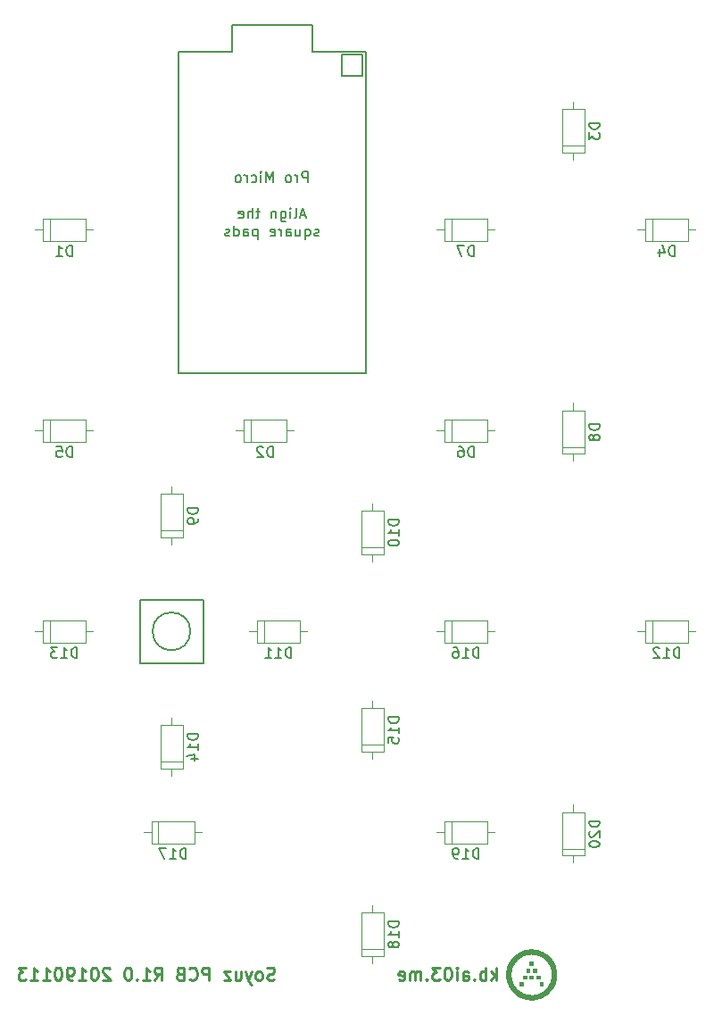
<source format=gbo>
G04 #@! TF.GenerationSoftware,KiCad,Pcbnew,(5.0.0)*
G04 #@! TF.CreationDate,2019-01-13T17:47:14-08:00*
G04 #@! TF.ProjectId,Soyuz,536F79757A2E6B696361645F70636200,rev?*
G04 #@! TF.SameCoordinates,Original*
G04 #@! TF.FileFunction,Legend,Bot*
G04 #@! TF.FilePolarity,Positive*
%FSLAX46Y46*%
G04 Gerber Fmt 4.6, Leading zero omitted, Abs format (unit mm)*
G04 Created by KiCad (PCBNEW (5.0.0)) date 01/13/19 17:47:14*
%MOMM*%
%LPD*%
G01*
G04 APERTURE LIST*
%ADD10C,0.250000*%
%ADD11C,0.200000*%
%ADD12C,0.120000*%
%ADD13C,0.150000*%
%ADD14C,0.010000*%
%ADD15C,0.500000*%
%ADD16C,0.300000*%
%ADD17O,2.000000X2.000000*%
%ADD18R,2.000000X2.000000*%
%ADD19C,2.650000*%
%ADD20C,2.650000*%
%ADD21C,4.387800*%
%ADD22C,2.150000*%
%ADD23C,3.448000*%
%ADD24C,1.187400*%
G04 APERTURE END LIST*
D10*
X58974107Y-120341964D02*
X58802678Y-120399107D01*
X58516964Y-120399107D01*
X58402678Y-120341964D01*
X58345535Y-120284821D01*
X58288392Y-120170535D01*
X58288392Y-120056250D01*
X58345535Y-119941964D01*
X58402678Y-119884821D01*
X58516964Y-119827678D01*
X58745535Y-119770535D01*
X58859821Y-119713392D01*
X58916964Y-119656250D01*
X58974107Y-119541964D01*
X58974107Y-119427678D01*
X58916964Y-119313392D01*
X58859821Y-119256250D01*
X58745535Y-119199107D01*
X58459821Y-119199107D01*
X58288392Y-119256250D01*
X57602678Y-120399107D02*
X57716964Y-120341964D01*
X57774107Y-120284821D01*
X57831250Y-120170535D01*
X57831250Y-119827678D01*
X57774107Y-119713392D01*
X57716964Y-119656250D01*
X57602678Y-119599107D01*
X57431250Y-119599107D01*
X57316964Y-119656250D01*
X57259821Y-119713392D01*
X57202678Y-119827678D01*
X57202678Y-120170535D01*
X57259821Y-120284821D01*
X57316964Y-120341964D01*
X57431250Y-120399107D01*
X57602678Y-120399107D01*
X56802678Y-119599107D02*
X56516964Y-120399107D01*
X56231250Y-119599107D02*
X56516964Y-120399107D01*
X56631250Y-120684821D01*
X56688392Y-120741964D01*
X56802678Y-120799107D01*
X55259821Y-119599107D02*
X55259821Y-120399107D01*
X55774107Y-119599107D02*
X55774107Y-120227678D01*
X55716964Y-120341964D01*
X55602678Y-120399107D01*
X55431250Y-120399107D01*
X55316964Y-120341964D01*
X55259821Y-120284821D01*
X54802678Y-119599107D02*
X54174107Y-119599107D01*
X54802678Y-120399107D01*
X54174107Y-120399107D01*
X52802678Y-120399107D02*
X52802678Y-119199107D01*
X52345535Y-119199107D01*
X52231250Y-119256250D01*
X52174107Y-119313392D01*
X52116964Y-119427678D01*
X52116964Y-119599107D01*
X52174107Y-119713392D01*
X52231250Y-119770535D01*
X52345535Y-119827678D01*
X52802678Y-119827678D01*
X50916964Y-120284821D02*
X50974107Y-120341964D01*
X51145535Y-120399107D01*
X51259821Y-120399107D01*
X51431250Y-120341964D01*
X51545535Y-120227678D01*
X51602678Y-120113392D01*
X51659821Y-119884821D01*
X51659821Y-119713392D01*
X51602678Y-119484821D01*
X51545535Y-119370535D01*
X51431250Y-119256250D01*
X51259821Y-119199107D01*
X51145535Y-119199107D01*
X50974107Y-119256250D01*
X50916964Y-119313392D01*
X50002678Y-119770535D02*
X49831250Y-119827678D01*
X49774107Y-119884821D01*
X49716964Y-119999107D01*
X49716964Y-120170535D01*
X49774107Y-120284821D01*
X49831250Y-120341964D01*
X49945535Y-120399107D01*
X50402678Y-120399107D01*
X50402678Y-119199107D01*
X50002678Y-119199107D01*
X49888392Y-119256250D01*
X49831250Y-119313392D01*
X49774107Y-119427678D01*
X49774107Y-119541964D01*
X49831250Y-119656250D01*
X49888392Y-119713392D01*
X50002678Y-119770535D01*
X50402678Y-119770535D01*
X47602678Y-120399107D02*
X48002678Y-119827678D01*
X48288392Y-120399107D02*
X48288392Y-119199107D01*
X47831250Y-119199107D01*
X47716964Y-119256250D01*
X47659821Y-119313392D01*
X47602678Y-119427678D01*
X47602678Y-119599107D01*
X47659821Y-119713392D01*
X47716964Y-119770535D01*
X47831250Y-119827678D01*
X48288392Y-119827678D01*
X46459821Y-120399107D02*
X47145535Y-120399107D01*
X46802678Y-120399107D02*
X46802678Y-119199107D01*
X46916964Y-119370535D01*
X47031250Y-119484821D01*
X47145535Y-119541964D01*
X45945535Y-120284821D02*
X45888392Y-120341964D01*
X45945535Y-120399107D01*
X46002678Y-120341964D01*
X45945535Y-120284821D01*
X45945535Y-120399107D01*
X45145535Y-119199107D02*
X45031250Y-119199107D01*
X44916964Y-119256250D01*
X44859821Y-119313392D01*
X44802678Y-119427678D01*
X44745535Y-119656250D01*
X44745535Y-119941964D01*
X44802678Y-120170535D01*
X44859821Y-120284821D01*
X44916964Y-120341964D01*
X45031250Y-120399107D01*
X45145535Y-120399107D01*
X45259821Y-120341964D01*
X45316964Y-120284821D01*
X45374107Y-120170535D01*
X45431250Y-119941964D01*
X45431250Y-119656250D01*
X45374107Y-119427678D01*
X45316964Y-119313392D01*
X45259821Y-119256250D01*
X45145535Y-119199107D01*
X43374107Y-119313392D02*
X43316964Y-119256250D01*
X43202678Y-119199107D01*
X42916964Y-119199107D01*
X42802678Y-119256250D01*
X42745535Y-119313392D01*
X42688392Y-119427678D01*
X42688392Y-119541964D01*
X42745535Y-119713392D01*
X43431250Y-120399107D01*
X42688392Y-120399107D01*
X41945535Y-119199107D02*
X41831250Y-119199107D01*
X41716964Y-119256250D01*
X41659821Y-119313392D01*
X41602678Y-119427678D01*
X41545535Y-119656250D01*
X41545535Y-119941964D01*
X41602678Y-120170535D01*
X41659821Y-120284821D01*
X41716964Y-120341964D01*
X41831250Y-120399107D01*
X41945535Y-120399107D01*
X42059821Y-120341964D01*
X42116964Y-120284821D01*
X42174107Y-120170535D01*
X42231250Y-119941964D01*
X42231250Y-119656250D01*
X42174107Y-119427678D01*
X42116964Y-119313392D01*
X42059821Y-119256250D01*
X41945535Y-119199107D01*
X40402678Y-120399107D02*
X41088392Y-120399107D01*
X40745535Y-120399107D02*
X40745535Y-119199107D01*
X40859821Y-119370535D01*
X40974107Y-119484821D01*
X41088392Y-119541964D01*
X39831250Y-120399107D02*
X39602678Y-120399107D01*
X39488392Y-120341964D01*
X39431250Y-120284821D01*
X39316964Y-120113392D01*
X39259821Y-119884821D01*
X39259821Y-119427678D01*
X39316964Y-119313392D01*
X39374107Y-119256250D01*
X39488392Y-119199107D01*
X39716964Y-119199107D01*
X39831250Y-119256250D01*
X39888392Y-119313392D01*
X39945535Y-119427678D01*
X39945535Y-119713392D01*
X39888392Y-119827678D01*
X39831250Y-119884821D01*
X39716964Y-119941964D01*
X39488392Y-119941964D01*
X39374107Y-119884821D01*
X39316964Y-119827678D01*
X39259821Y-119713392D01*
X38516964Y-119199107D02*
X38402678Y-119199107D01*
X38288392Y-119256250D01*
X38231250Y-119313392D01*
X38174107Y-119427678D01*
X38116964Y-119656250D01*
X38116964Y-119941964D01*
X38174107Y-120170535D01*
X38231250Y-120284821D01*
X38288392Y-120341964D01*
X38402678Y-120399107D01*
X38516964Y-120399107D01*
X38631250Y-120341964D01*
X38688392Y-120284821D01*
X38745535Y-120170535D01*
X38802678Y-119941964D01*
X38802678Y-119656250D01*
X38745535Y-119427678D01*
X38688392Y-119313392D01*
X38631250Y-119256250D01*
X38516964Y-119199107D01*
X36974107Y-120399107D02*
X37659821Y-120399107D01*
X37316964Y-120399107D02*
X37316964Y-119199107D01*
X37431250Y-119370535D01*
X37545535Y-119484821D01*
X37659821Y-119541964D01*
X35831250Y-120399107D02*
X36516964Y-120399107D01*
X36174107Y-120399107D02*
X36174107Y-119199107D01*
X36288392Y-119370535D01*
X36402678Y-119484821D01*
X36516964Y-119541964D01*
X35431250Y-119199107D02*
X34688392Y-119199107D01*
X35088392Y-119656250D01*
X34916964Y-119656250D01*
X34802678Y-119713392D01*
X34745535Y-119770535D01*
X34688392Y-119884821D01*
X34688392Y-120170535D01*
X34745535Y-120284821D01*
X34802678Y-120341964D01*
X34916964Y-120399107D01*
X35259821Y-120399107D01*
X35374107Y-120341964D01*
X35431250Y-120284821D01*
X80006250Y-120399107D02*
X80006250Y-119199107D01*
X79891964Y-119941964D02*
X79549107Y-120399107D01*
X79549107Y-119599107D02*
X80006250Y-120056250D01*
X79034821Y-120399107D02*
X79034821Y-119199107D01*
X79034821Y-119656250D02*
X78920535Y-119599107D01*
X78691964Y-119599107D01*
X78577678Y-119656250D01*
X78520535Y-119713392D01*
X78463392Y-119827678D01*
X78463392Y-120170535D01*
X78520535Y-120284821D01*
X78577678Y-120341964D01*
X78691964Y-120399107D01*
X78920535Y-120399107D01*
X79034821Y-120341964D01*
X77949107Y-120284821D02*
X77891964Y-120341964D01*
X77949107Y-120399107D01*
X78006250Y-120341964D01*
X77949107Y-120284821D01*
X77949107Y-120399107D01*
X76863392Y-120399107D02*
X76863392Y-119770535D01*
X76920535Y-119656250D01*
X77034821Y-119599107D01*
X77263392Y-119599107D01*
X77377678Y-119656250D01*
X76863392Y-120341964D02*
X76977678Y-120399107D01*
X77263392Y-120399107D01*
X77377678Y-120341964D01*
X77434821Y-120227678D01*
X77434821Y-120113392D01*
X77377678Y-119999107D01*
X77263392Y-119941964D01*
X76977678Y-119941964D01*
X76863392Y-119884821D01*
X76291964Y-120399107D02*
X76291964Y-119599107D01*
X76291964Y-119199107D02*
X76349107Y-119256250D01*
X76291964Y-119313392D01*
X76234821Y-119256250D01*
X76291964Y-119199107D01*
X76291964Y-119313392D01*
X75491964Y-119199107D02*
X75377678Y-119199107D01*
X75263392Y-119256250D01*
X75206250Y-119313392D01*
X75149107Y-119427678D01*
X75091964Y-119656250D01*
X75091964Y-119941964D01*
X75149107Y-120170535D01*
X75206250Y-120284821D01*
X75263392Y-120341964D01*
X75377678Y-120399107D01*
X75491964Y-120399107D01*
X75606250Y-120341964D01*
X75663392Y-120284821D01*
X75720535Y-120170535D01*
X75777678Y-119941964D01*
X75777678Y-119656250D01*
X75720535Y-119427678D01*
X75663392Y-119313392D01*
X75606250Y-119256250D01*
X75491964Y-119199107D01*
X74691964Y-119199107D02*
X73949107Y-119199107D01*
X74349107Y-119656250D01*
X74177678Y-119656250D01*
X74063392Y-119713392D01*
X74006250Y-119770535D01*
X73949107Y-119884821D01*
X73949107Y-120170535D01*
X74006250Y-120284821D01*
X74063392Y-120341964D01*
X74177678Y-120399107D01*
X74520535Y-120399107D01*
X74634821Y-120341964D01*
X74691964Y-120284821D01*
X73434821Y-120284821D02*
X73377678Y-120341964D01*
X73434821Y-120399107D01*
X73491964Y-120341964D01*
X73434821Y-120284821D01*
X73434821Y-120399107D01*
X72863392Y-120399107D02*
X72863392Y-119599107D01*
X72863392Y-119713392D02*
X72806250Y-119656250D01*
X72691964Y-119599107D01*
X72520535Y-119599107D01*
X72406250Y-119656250D01*
X72349107Y-119770535D01*
X72349107Y-120399107D01*
X72349107Y-119770535D02*
X72291964Y-119656250D01*
X72177678Y-119599107D01*
X72006250Y-119599107D01*
X71891964Y-119656250D01*
X71834821Y-119770535D01*
X71834821Y-120399107D01*
X70806250Y-120341964D02*
X70920535Y-120399107D01*
X71149107Y-120399107D01*
X71263392Y-120341964D01*
X71320535Y-120227678D01*
X71320535Y-119770535D01*
X71263392Y-119656250D01*
X71149107Y-119599107D01*
X70920535Y-119599107D01*
X70806250Y-119656250D01*
X70749107Y-119770535D01*
X70749107Y-119884821D01*
X71320535Y-119999107D01*
D11*
X65405000Y-32639000D02*
X67310000Y-32639000D01*
X65405000Y-34671000D02*
X65405000Y-32639000D01*
X67310000Y-34671000D02*
X65405000Y-34671000D01*
X67310000Y-32639000D02*
X67310000Y-34671000D01*
X62142261Y-44733630D02*
X62142261Y-43733630D01*
X61761309Y-43733630D01*
X61666071Y-43781250D01*
X61618452Y-43828869D01*
X61570833Y-43924107D01*
X61570833Y-44066964D01*
X61618452Y-44162202D01*
X61666071Y-44209821D01*
X61761309Y-44257440D01*
X62142261Y-44257440D01*
X61142261Y-44733630D02*
X61142261Y-44066964D01*
X61142261Y-44257440D02*
X61094642Y-44162202D01*
X61047023Y-44114583D01*
X60951785Y-44066964D01*
X60856547Y-44066964D01*
X60380357Y-44733630D02*
X60475595Y-44686011D01*
X60523214Y-44638392D01*
X60570833Y-44543154D01*
X60570833Y-44257440D01*
X60523214Y-44162202D01*
X60475595Y-44114583D01*
X60380357Y-44066964D01*
X60237500Y-44066964D01*
X60142261Y-44114583D01*
X60094642Y-44162202D01*
X60047023Y-44257440D01*
X60047023Y-44543154D01*
X60094642Y-44638392D01*
X60142261Y-44686011D01*
X60237500Y-44733630D01*
X60380357Y-44733630D01*
X58856547Y-44733630D02*
X58856547Y-43733630D01*
X58523214Y-44447916D01*
X58189880Y-43733630D01*
X58189880Y-44733630D01*
X57713690Y-44733630D02*
X57713690Y-44066964D01*
X57713690Y-43733630D02*
X57761309Y-43781250D01*
X57713690Y-43828869D01*
X57666071Y-43781250D01*
X57713690Y-43733630D01*
X57713690Y-43828869D01*
X56808928Y-44686011D02*
X56904166Y-44733630D01*
X57094642Y-44733630D01*
X57189880Y-44686011D01*
X57237500Y-44638392D01*
X57285119Y-44543154D01*
X57285119Y-44257440D01*
X57237500Y-44162202D01*
X57189880Y-44114583D01*
X57094642Y-44066964D01*
X56904166Y-44066964D01*
X56808928Y-44114583D01*
X56380357Y-44733630D02*
X56380357Y-44066964D01*
X56380357Y-44257440D02*
X56332738Y-44162202D01*
X56285119Y-44114583D01*
X56189880Y-44066964D01*
X56094642Y-44066964D01*
X55618452Y-44733630D02*
X55713690Y-44686011D01*
X55761309Y-44638392D01*
X55808928Y-44543154D01*
X55808928Y-44257440D01*
X55761309Y-44162202D01*
X55713690Y-44114583D01*
X55618452Y-44066964D01*
X55475595Y-44066964D01*
X55380357Y-44114583D01*
X55332738Y-44162202D01*
X55285119Y-44257440D01*
X55285119Y-44543154D01*
X55332738Y-44638392D01*
X55380357Y-44686011D01*
X55475595Y-44733630D01*
X55618452Y-44733630D01*
X61927976Y-47847916D02*
X61451785Y-47847916D01*
X62023214Y-48133630D02*
X61689880Y-47133630D01*
X61356547Y-48133630D01*
X60880357Y-48133630D02*
X60975595Y-48086011D01*
X61023214Y-47990773D01*
X61023214Y-47133630D01*
X60499404Y-48133630D02*
X60499404Y-47466964D01*
X60499404Y-47133630D02*
X60547023Y-47181250D01*
X60499404Y-47228869D01*
X60451785Y-47181250D01*
X60499404Y-47133630D01*
X60499404Y-47228869D01*
X59594642Y-47466964D02*
X59594642Y-48276488D01*
X59642261Y-48371726D01*
X59689880Y-48419345D01*
X59785119Y-48466964D01*
X59927976Y-48466964D01*
X60023214Y-48419345D01*
X59594642Y-48086011D02*
X59689880Y-48133630D01*
X59880357Y-48133630D01*
X59975595Y-48086011D01*
X60023214Y-48038392D01*
X60070833Y-47943154D01*
X60070833Y-47657440D01*
X60023214Y-47562202D01*
X59975595Y-47514583D01*
X59880357Y-47466964D01*
X59689880Y-47466964D01*
X59594642Y-47514583D01*
X59118452Y-47466964D02*
X59118452Y-48133630D01*
X59118452Y-47562202D02*
X59070833Y-47514583D01*
X58975595Y-47466964D01*
X58832738Y-47466964D01*
X58737500Y-47514583D01*
X58689880Y-47609821D01*
X58689880Y-48133630D01*
X57594642Y-47466964D02*
X57213690Y-47466964D01*
X57451785Y-47133630D02*
X57451785Y-47990773D01*
X57404166Y-48086011D01*
X57308928Y-48133630D01*
X57213690Y-48133630D01*
X56880357Y-48133630D02*
X56880357Y-47133630D01*
X56451785Y-48133630D02*
X56451785Y-47609821D01*
X56499404Y-47514583D01*
X56594642Y-47466964D01*
X56737500Y-47466964D01*
X56832738Y-47514583D01*
X56880357Y-47562202D01*
X55594642Y-48086011D02*
X55689880Y-48133630D01*
X55880357Y-48133630D01*
X55975595Y-48086011D01*
X56023214Y-47990773D01*
X56023214Y-47609821D01*
X55975595Y-47514583D01*
X55880357Y-47466964D01*
X55689880Y-47466964D01*
X55594642Y-47514583D01*
X55547023Y-47609821D01*
X55547023Y-47705059D01*
X56023214Y-47800297D01*
X63189880Y-49786011D02*
X63094642Y-49833630D01*
X62904166Y-49833630D01*
X62808928Y-49786011D01*
X62761309Y-49690773D01*
X62761309Y-49643154D01*
X62808928Y-49547916D01*
X62904166Y-49500297D01*
X63047023Y-49500297D01*
X63142261Y-49452678D01*
X63189880Y-49357440D01*
X63189880Y-49309821D01*
X63142261Y-49214583D01*
X63047023Y-49166964D01*
X62904166Y-49166964D01*
X62808928Y-49214583D01*
X61904166Y-49166964D02*
X61904166Y-50166964D01*
X61904166Y-49786011D02*
X61999404Y-49833630D01*
X62189880Y-49833630D01*
X62285119Y-49786011D01*
X62332738Y-49738392D01*
X62380357Y-49643154D01*
X62380357Y-49357440D01*
X62332738Y-49262202D01*
X62285119Y-49214583D01*
X62189880Y-49166964D01*
X61999404Y-49166964D01*
X61904166Y-49214583D01*
X60999404Y-49166964D02*
X60999404Y-49833630D01*
X61427976Y-49166964D02*
X61427976Y-49690773D01*
X61380357Y-49786011D01*
X61285119Y-49833630D01*
X61142261Y-49833630D01*
X61047023Y-49786011D01*
X60999404Y-49738392D01*
X60094642Y-49833630D02*
X60094642Y-49309821D01*
X60142261Y-49214583D01*
X60237500Y-49166964D01*
X60427976Y-49166964D01*
X60523214Y-49214583D01*
X60094642Y-49786011D02*
X60189880Y-49833630D01*
X60427976Y-49833630D01*
X60523214Y-49786011D01*
X60570833Y-49690773D01*
X60570833Y-49595535D01*
X60523214Y-49500297D01*
X60427976Y-49452678D01*
X60189880Y-49452678D01*
X60094642Y-49405059D01*
X59618452Y-49833630D02*
X59618452Y-49166964D01*
X59618452Y-49357440D02*
X59570833Y-49262202D01*
X59523214Y-49214583D01*
X59427976Y-49166964D01*
X59332738Y-49166964D01*
X58618452Y-49786011D02*
X58713690Y-49833630D01*
X58904166Y-49833630D01*
X58999404Y-49786011D01*
X59047023Y-49690773D01*
X59047023Y-49309821D01*
X58999404Y-49214583D01*
X58904166Y-49166964D01*
X58713690Y-49166964D01*
X58618452Y-49214583D01*
X58570833Y-49309821D01*
X58570833Y-49405059D01*
X59047023Y-49500297D01*
X57380357Y-49166964D02*
X57380357Y-50166964D01*
X57380357Y-49214583D02*
X57285119Y-49166964D01*
X57094642Y-49166964D01*
X56999404Y-49214583D01*
X56951785Y-49262202D01*
X56904166Y-49357440D01*
X56904166Y-49643154D01*
X56951785Y-49738392D01*
X56999404Y-49786011D01*
X57094642Y-49833630D01*
X57285119Y-49833630D01*
X57380357Y-49786011D01*
X56047023Y-49833630D02*
X56047023Y-49309821D01*
X56094642Y-49214583D01*
X56189880Y-49166964D01*
X56380357Y-49166964D01*
X56475595Y-49214583D01*
X56047023Y-49786011D02*
X56142261Y-49833630D01*
X56380357Y-49833630D01*
X56475595Y-49786011D01*
X56523214Y-49690773D01*
X56523214Y-49595535D01*
X56475595Y-49500297D01*
X56380357Y-49452678D01*
X56142261Y-49452678D01*
X56047023Y-49405059D01*
X55142261Y-49833630D02*
X55142261Y-48833630D01*
X55142261Y-49786011D02*
X55237500Y-49833630D01*
X55427976Y-49833630D01*
X55523214Y-49786011D01*
X55570833Y-49738392D01*
X55618452Y-49643154D01*
X55618452Y-49357440D01*
X55570833Y-49262202D01*
X55523214Y-49214583D01*
X55427976Y-49166964D01*
X55237500Y-49166964D01*
X55142261Y-49214583D01*
X54713690Y-49786011D02*
X54618452Y-49833630D01*
X54427976Y-49833630D01*
X54332738Y-49786011D01*
X54285119Y-49690773D01*
X54285119Y-49643154D01*
X54332738Y-49547916D01*
X54427976Y-49500297D01*
X54570833Y-49500297D01*
X54666071Y-49452678D01*
X54713690Y-49357440D01*
X54713690Y-49309821D01*
X54666071Y-49214583D01*
X54570833Y-49166964D01*
X54427976Y-49166964D01*
X54332738Y-49214583D01*
D12*
G04 #@! TO.C,D1*
X37652500Y-50272500D02*
X37652500Y-48152500D01*
X41882500Y-49212500D02*
X41112500Y-49212500D01*
X36222500Y-49212500D02*
X36992500Y-49212500D01*
X41112500Y-50272500D02*
X36992500Y-50272500D01*
X41112500Y-48152500D02*
X41112500Y-50272500D01*
X36992500Y-48152500D02*
X41112500Y-48152500D01*
X36992500Y-50272500D02*
X36992500Y-48152500D01*
G04 #@! TO.C,D2*
X56702500Y-69322500D02*
X56702500Y-67202500D01*
X60932500Y-68262500D02*
X60162500Y-68262500D01*
X55272500Y-68262500D02*
X56042500Y-68262500D01*
X60162500Y-69322500D02*
X56042500Y-69322500D01*
X60162500Y-67202500D02*
X60162500Y-69322500D01*
X56042500Y-67202500D02*
X60162500Y-67202500D01*
X56042500Y-69322500D02*
X56042500Y-67202500D01*
G04 #@! TO.C,D3*
X88372500Y-41246250D02*
X86252500Y-41246250D01*
X87312500Y-37016250D02*
X87312500Y-37786250D01*
X87312500Y-42676250D02*
X87312500Y-41906250D01*
X88372500Y-37786250D02*
X88372500Y-41906250D01*
X86252500Y-37786250D02*
X88372500Y-37786250D01*
X86252500Y-41906250D02*
X86252500Y-37786250D01*
X88372500Y-41906250D02*
X86252500Y-41906250D01*
G04 #@! TO.C,D4*
X94142500Y-50272500D02*
X94142500Y-48152500D01*
X94142500Y-48152500D02*
X98262500Y-48152500D01*
X98262500Y-48152500D02*
X98262500Y-50272500D01*
X98262500Y-50272500D02*
X94142500Y-50272500D01*
X93372500Y-49212500D02*
X94142500Y-49212500D01*
X99032500Y-49212500D02*
X98262500Y-49212500D01*
X94802500Y-50272500D02*
X94802500Y-48152500D01*
G04 #@! TO.C,D5*
X37652500Y-69322500D02*
X37652500Y-67202500D01*
X41882500Y-68262500D02*
X41112500Y-68262500D01*
X36222500Y-68262500D02*
X36992500Y-68262500D01*
X41112500Y-69322500D02*
X36992500Y-69322500D01*
X41112500Y-67202500D02*
X41112500Y-69322500D01*
X36992500Y-67202500D02*
X41112500Y-67202500D01*
X36992500Y-69322500D02*
X36992500Y-67202500D01*
G04 #@! TO.C,D6*
X75092500Y-69322500D02*
X75092500Y-67202500D01*
X75092500Y-67202500D02*
X79212500Y-67202500D01*
X79212500Y-67202500D02*
X79212500Y-69322500D01*
X79212500Y-69322500D02*
X75092500Y-69322500D01*
X74322500Y-68262500D02*
X75092500Y-68262500D01*
X79982500Y-68262500D02*
X79212500Y-68262500D01*
X75752500Y-69322500D02*
X75752500Y-67202500D01*
G04 #@! TO.C,D7*
X75752500Y-50272500D02*
X75752500Y-48152500D01*
X79982500Y-49212500D02*
X79212500Y-49212500D01*
X74322500Y-49212500D02*
X75092500Y-49212500D01*
X79212500Y-50272500D02*
X75092500Y-50272500D01*
X79212500Y-48152500D02*
X79212500Y-50272500D01*
X75092500Y-48152500D02*
X79212500Y-48152500D01*
X75092500Y-50272500D02*
X75092500Y-48152500D01*
G04 #@! TO.C,D8*
X88372500Y-70481250D02*
X86252500Y-70481250D01*
X86252500Y-70481250D02*
X86252500Y-66361250D01*
X86252500Y-66361250D02*
X88372500Y-66361250D01*
X88372500Y-66361250D02*
X88372500Y-70481250D01*
X87312500Y-71251250D02*
X87312500Y-70481250D01*
X87312500Y-65591250D02*
X87312500Y-66361250D01*
X88372500Y-69821250D02*
X86252500Y-69821250D01*
G04 #@! TO.C,D9*
X50272500Y-77758750D02*
X48152500Y-77758750D01*
X49212500Y-73528750D02*
X49212500Y-74298750D01*
X49212500Y-79188750D02*
X49212500Y-78418750D01*
X50272500Y-74298750D02*
X50272500Y-78418750D01*
X48152500Y-74298750D02*
X50272500Y-74298750D01*
X48152500Y-78418750D02*
X48152500Y-74298750D01*
X50272500Y-78418750D02*
X48152500Y-78418750D01*
G04 #@! TO.C,D10*
X69322500Y-80006250D02*
X67202500Y-80006250D01*
X67202500Y-80006250D02*
X67202500Y-75886250D01*
X67202500Y-75886250D02*
X69322500Y-75886250D01*
X69322500Y-75886250D02*
X69322500Y-80006250D01*
X68262500Y-80776250D02*
X68262500Y-80006250D01*
X68262500Y-75116250D02*
X68262500Y-75886250D01*
X69322500Y-79346250D02*
X67202500Y-79346250D01*
G04 #@! TO.C,D11*
X57972500Y-88372500D02*
X57972500Y-86252500D01*
X62202500Y-87312500D02*
X61432500Y-87312500D01*
X56542500Y-87312500D02*
X57312500Y-87312500D01*
X61432500Y-88372500D02*
X57312500Y-88372500D01*
X61432500Y-86252500D02*
X61432500Y-88372500D01*
X57312500Y-86252500D02*
X61432500Y-86252500D01*
X57312500Y-88372500D02*
X57312500Y-86252500D01*
G04 #@! TO.C,D12*
X94142500Y-88372500D02*
X94142500Y-86252500D01*
X94142500Y-86252500D02*
X98262500Y-86252500D01*
X98262500Y-86252500D02*
X98262500Y-88372500D01*
X98262500Y-88372500D02*
X94142500Y-88372500D01*
X93372500Y-87312500D02*
X94142500Y-87312500D01*
X99032500Y-87312500D02*
X98262500Y-87312500D01*
X94802500Y-88372500D02*
X94802500Y-86252500D01*
G04 #@! TO.C,D13*
X37652500Y-88372500D02*
X37652500Y-86252500D01*
X41882500Y-87312500D02*
X41112500Y-87312500D01*
X36222500Y-87312500D02*
X36992500Y-87312500D01*
X41112500Y-88372500D02*
X36992500Y-88372500D01*
X41112500Y-86252500D02*
X41112500Y-88372500D01*
X36992500Y-86252500D02*
X41112500Y-86252500D01*
X36992500Y-88372500D02*
X36992500Y-86252500D01*
G04 #@! TO.C,D14*
X50272500Y-99666250D02*
X48152500Y-99666250D01*
X49212500Y-95436250D02*
X49212500Y-96206250D01*
X49212500Y-101096250D02*
X49212500Y-100326250D01*
X50272500Y-96206250D02*
X50272500Y-100326250D01*
X48152500Y-96206250D02*
X50272500Y-96206250D01*
X48152500Y-100326250D02*
X48152500Y-96206250D01*
X50272500Y-100326250D02*
X48152500Y-100326250D01*
G04 #@! TO.C,D15*
X69322500Y-98078750D02*
X67202500Y-98078750D01*
X68262500Y-93848750D02*
X68262500Y-94618750D01*
X68262500Y-99508750D02*
X68262500Y-98738750D01*
X69322500Y-94618750D02*
X69322500Y-98738750D01*
X67202500Y-94618750D02*
X69322500Y-94618750D01*
X67202500Y-98738750D02*
X67202500Y-94618750D01*
X69322500Y-98738750D02*
X67202500Y-98738750D01*
G04 #@! TO.C,D16*
X75092500Y-88372500D02*
X75092500Y-86252500D01*
X75092500Y-86252500D02*
X79212500Y-86252500D01*
X79212500Y-86252500D02*
X79212500Y-88372500D01*
X79212500Y-88372500D02*
X75092500Y-88372500D01*
X74322500Y-87312500D02*
X75092500Y-87312500D01*
X79982500Y-87312500D02*
X79212500Y-87312500D01*
X75752500Y-88372500D02*
X75752500Y-86252500D01*
G04 #@! TO.C,D17*
X47971250Y-107422500D02*
X47971250Y-105302500D01*
X52201250Y-106362500D02*
X51431250Y-106362500D01*
X46541250Y-106362500D02*
X47311250Y-106362500D01*
X51431250Y-107422500D02*
X47311250Y-107422500D01*
X51431250Y-105302500D02*
X51431250Y-107422500D01*
X47311250Y-105302500D02*
X51431250Y-105302500D01*
X47311250Y-107422500D02*
X47311250Y-105302500D01*
G04 #@! TO.C,D18*
X69322500Y-118106250D02*
X67202500Y-118106250D01*
X67202500Y-118106250D02*
X67202500Y-113986250D01*
X67202500Y-113986250D02*
X69322500Y-113986250D01*
X69322500Y-113986250D02*
X69322500Y-118106250D01*
X68262500Y-118876250D02*
X68262500Y-118106250D01*
X68262500Y-113216250D02*
X68262500Y-113986250D01*
X69322500Y-117446250D02*
X67202500Y-117446250D01*
G04 #@! TO.C,D19*
X75092500Y-107422500D02*
X75092500Y-105302500D01*
X75092500Y-105302500D02*
X79212500Y-105302500D01*
X79212500Y-105302500D02*
X79212500Y-107422500D01*
X79212500Y-107422500D02*
X75092500Y-107422500D01*
X74322500Y-106362500D02*
X75092500Y-106362500D01*
X79982500Y-106362500D02*
X79212500Y-106362500D01*
X75752500Y-107422500D02*
X75752500Y-105302500D01*
G04 #@! TO.C,D20*
X88372500Y-108581250D02*
X86252500Y-108581250D01*
X86252500Y-108581250D02*
X86252500Y-104461250D01*
X86252500Y-104461250D02*
X88372500Y-104461250D01*
X88372500Y-104461250D02*
X88372500Y-108581250D01*
X87312500Y-109351250D02*
X87312500Y-108581250D01*
X87312500Y-103691250D02*
X87312500Y-104461250D01*
X88372500Y-107921250D02*
X86252500Y-107921250D01*
D13*
G04 #@! TO.C,U1*
X67627500Y-32385000D02*
X67627500Y-62865000D01*
X67627500Y-32385000D02*
X62547500Y-32385000D01*
X62547500Y-32385000D02*
X62547500Y-29845000D01*
X62547500Y-29845000D02*
X54927500Y-29845000D01*
X54927500Y-29845000D02*
X54927500Y-32385000D01*
X54927500Y-32385000D02*
X49847500Y-32385000D01*
X49847500Y-32385000D02*
X49847500Y-62865000D01*
X49847500Y-62865000D02*
X67627500Y-62865000D01*
G04 #@! TO.C,SW1*
X51008551Y-87312500D02*
G75*
G03X51008551Y-87312500I-1796051J0D01*
G01*
X46212500Y-90312500D02*
X52212500Y-90312500D01*
X46212500Y-84312500D02*
X46212500Y-90312500D01*
X52212500Y-84312500D02*
X46212500Y-84312500D01*
X52212500Y-90312500D02*
X52212500Y-84312500D01*
D14*
G04 #@! TO.C,G\002A\002A\002A*
G36*
X83191350Y-118992650D02*
X83515200Y-118992650D01*
X83515200Y-118668800D01*
X83191350Y-118668800D01*
X83191350Y-118992650D01*
X83191350Y-118992650D01*
G37*
X83191350Y-118992650D02*
X83515200Y-118992650D01*
X83515200Y-118668800D01*
X83191350Y-118668800D01*
X83191350Y-118992650D01*
G36*
X82867500Y-119621300D02*
X83191350Y-119621300D01*
X83191350Y-119316500D01*
X82867500Y-119316500D01*
X82867500Y-119621300D01*
X82867500Y-119621300D01*
G37*
X82867500Y-119621300D02*
X83191350Y-119621300D01*
X83191350Y-119316500D01*
X82867500Y-119316500D01*
X82867500Y-119621300D01*
G36*
X83515200Y-119621300D02*
X83820000Y-119621300D01*
X83820000Y-119316500D01*
X83515200Y-119316500D01*
X83515200Y-119621300D01*
X83515200Y-119621300D01*
G37*
X83515200Y-119621300D02*
X83820000Y-119621300D01*
X83820000Y-119316500D01*
X83515200Y-119316500D01*
X83515200Y-119621300D01*
G36*
X82562700Y-120269000D02*
X82867500Y-120269000D01*
X82867500Y-119945150D01*
X82562700Y-119945150D01*
X82562700Y-120269000D01*
X82562700Y-120269000D01*
G37*
X82562700Y-120269000D02*
X82867500Y-120269000D01*
X82867500Y-119945150D01*
X82562700Y-119945150D01*
X82562700Y-120269000D01*
G36*
X83191350Y-120269000D02*
X83515200Y-120269000D01*
X83515200Y-119945150D01*
X83191350Y-119945150D01*
X83191350Y-120269000D01*
X83191350Y-120269000D01*
G37*
X83191350Y-120269000D02*
X83515200Y-120269000D01*
X83515200Y-119945150D01*
X83191350Y-119945150D01*
X83191350Y-120269000D01*
G36*
X83820000Y-120269000D02*
X84143850Y-120269000D01*
X84143850Y-119945150D01*
X83820000Y-119945150D01*
X83820000Y-120269000D01*
X83820000Y-120269000D01*
G37*
X83820000Y-120269000D02*
X84143850Y-120269000D01*
X84143850Y-119945150D01*
X83820000Y-119945150D01*
X83820000Y-120269000D01*
G36*
X82238850Y-120897650D02*
X82562700Y-120897650D01*
X82562700Y-120573800D01*
X82238850Y-120573800D01*
X82238850Y-120897650D01*
X82238850Y-120897650D01*
G37*
X82238850Y-120897650D02*
X82562700Y-120897650D01*
X82562700Y-120573800D01*
X82238850Y-120573800D01*
X82238850Y-120897650D01*
G36*
X84143850Y-120897650D02*
X84467700Y-120897650D01*
X84467700Y-120573800D01*
X84143850Y-120573800D01*
X84143850Y-120897650D01*
X84143850Y-120897650D01*
G37*
X84143850Y-120897650D02*
X84467700Y-120897650D01*
X84467700Y-120573800D01*
X84143850Y-120573800D01*
X84143850Y-120897650D01*
G36*
X83340575Y-117478685D02*
X83241281Y-117479782D01*
X83151911Y-117483107D01*
X83069837Y-117488985D01*
X82992426Y-117497737D01*
X82917048Y-117509688D01*
X82841073Y-117525159D01*
X82761869Y-117544474D01*
X82725647Y-117554184D01*
X82558809Y-117606375D01*
X82397139Y-117669843D01*
X82241248Y-117744272D01*
X82091751Y-117829344D01*
X81949259Y-117924742D01*
X81827543Y-118019143D01*
X81701408Y-118131723D01*
X81583539Y-118252879D01*
X81474482Y-118381757D01*
X81374784Y-118517503D01*
X81284993Y-118659263D01*
X81205655Y-118806182D01*
X81137317Y-118957407D01*
X81080526Y-119112084D01*
X81041523Y-119246492D01*
X81015067Y-119358481D01*
X80994779Y-119464029D01*
X80980065Y-119567447D01*
X80970330Y-119673044D01*
X80964982Y-119785129D01*
X80964459Y-119805450D01*
X80966635Y-119980087D01*
X80981190Y-120151914D01*
X81008122Y-120320906D01*
X81047425Y-120487040D01*
X81099095Y-120650293D01*
X81150453Y-120781439D01*
X81172919Y-120833651D01*
X81192169Y-120876977D01*
X81209664Y-120914340D01*
X81226865Y-120948660D01*
X81245234Y-120982860D01*
X81266230Y-121019862D01*
X81289530Y-121059575D01*
X81384905Y-121208591D01*
X81488989Y-121348372D01*
X81601887Y-121479021D01*
X81723707Y-121600647D01*
X81854553Y-121713353D01*
X81994531Y-121817248D01*
X82140425Y-121910470D01*
X82182689Y-121935245D01*
X82219420Y-121956026D01*
X82253539Y-121974274D01*
X82287968Y-121991450D01*
X82325630Y-122009015D01*
X82369445Y-122028430D01*
X82418561Y-122049547D01*
X82495548Y-122081185D01*
X82566522Y-122107616D01*
X82636213Y-122130406D01*
X82709352Y-122151121D01*
X82775425Y-122167707D01*
X82907039Y-122196151D01*
X83032714Y-122216692D01*
X83156097Y-122229764D01*
X83280831Y-122235798D01*
X83353275Y-122236260D01*
X83394250Y-122235848D01*
X83432747Y-122235284D01*
X83466252Y-122234617D01*
X83492248Y-122233900D01*
X83508223Y-122233182D01*
X83508850Y-122233136D01*
X83681790Y-122213975D01*
X83851995Y-122182786D01*
X84018780Y-122139823D01*
X84181456Y-122085340D01*
X84339338Y-122019591D01*
X84491736Y-121942830D01*
X84637965Y-121855311D01*
X84758729Y-121771286D01*
X84897072Y-121660609D01*
X85025618Y-121541920D01*
X85144190Y-121415481D01*
X85252608Y-121281555D01*
X85350691Y-121140404D01*
X85438262Y-120992291D01*
X85515140Y-120837478D01*
X85581146Y-120676227D01*
X85636100Y-120508800D01*
X85645816Y-120474353D01*
X85666909Y-120392918D01*
X85684017Y-120315858D01*
X85697463Y-120240543D01*
X85707571Y-120164343D01*
X85714662Y-120084626D01*
X85719061Y-119998761D01*
X85721090Y-119904119D01*
X85721315Y-119859425D01*
X85720775Y-119815136D01*
X85295115Y-119815136D01*
X85295033Y-119879246D01*
X85293700Y-119942978D01*
X85291143Y-120003079D01*
X85287386Y-120056297D01*
X85284410Y-120084850D01*
X85258911Y-120242688D01*
X85221589Y-120395980D01*
X85172590Y-120544427D01*
X85112055Y-120687728D01*
X85040129Y-120825585D01*
X84956956Y-120957697D01*
X84862678Y-121083764D01*
X84757440Y-121203487D01*
X84739571Y-121222058D01*
X84632184Y-121323717D01*
X84515622Y-121418066D01*
X84392046Y-121503521D01*
X84263615Y-121578503D01*
X84226984Y-121597452D01*
X84167458Y-121626772D01*
X84115265Y-121650947D01*
X84066867Y-121671401D01*
X84018728Y-121689557D01*
X83967310Y-121706836D01*
X83915250Y-121722831D01*
X83763880Y-121762362D01*
X83615279Y-121789922D01*
X83468289Y-121805621D01*
X83321748Y-121809563D01*
X83174499Y-121801858D01*
X83121266Y-121796274D01*
X82971400Y-121773119D01*
X82827735Y-121739672D01*
X82688265Y-121695332D01*
X82550984Y-121639501D01*
X82473418Y-121602542D01*
X82336912Y-121527807D01*
X82209379Y-121444819D01*
X82090213Y-121353029D01*
X81978807Y-121251889D01*
X81874555Y-121140853D01*
X81776851Y-121019372D01*
X81690237Y-120894857D01*
X81670136Y-120861904D01*
X81646678Y-120820201D01*
X81621318Y-120772647D01*
X81595512Y-120722135D01*
X81570716Y-120671561D01*
X81548386Y-120623823D01*
X81529979Y-120581815D01*
X81519228Y-120554750D01*
X81468934Y-120401517D01*
X81431018Y-120247326D01*
X81405511Y-120092609D01*
X81392446Y-119937801D01*
X81391856Y-119783335D01*
X81403773Y-119629643D01*
X81428229Y-119477159D01*
X81436072Y-119440325D01*
X81462991Y-119331290D01*
X81493637Y-119230344D01*
X81529587Y-119133055D01*
X81572420Y-119034995D01*
X81602548Y-118973016D01*
X81677511Y-118837937D01*
X81762971Y-118709588D01*
X81858312Y-118588544D01*
X81962921Y-118475381D01*
X82076182Y-118370675D01*
X82197483Y-118275001D01*
X82326209Y-118188937D01*
X82461745Y-118113058D01*
X82577090Y-118059033D01*
X82714393Y-118005917D01*
X82852436Y-117964319D01*
X82992826Y-117933912D01*
X83137170Y-117914370D01*
X83287074Y-117905367D01*
X83337400Y-117904655D01*
X83495876Y-117909751D01*
X83649178Y-117926267D01*
X83797926Y-117954388D01*
X83942739Y-117994303D01*
X84084236Y-118046198D01*
X84223035Y-118110260D01*
X84359757Y-118186677D01*
X84440315Y-118238045D01*
X84551861Y-118319267D01*
X84659220Y-118410872D01*
X84761078Y-118511321D01*
X84856122Y-118619074D01*
X84943041Y-118732594D01*
X85020522Y-118850342D01*
X85087253Y-118970778D01*
X85115089Y-119029114D01*
X85164212Y-119145001D01*
X85204397Y-119256392D01*
X85236602Y-119366750D01*
X85261786Y-119479541D01*
X85280906Y-119598226D01*
X85287627Y-119653050D01*
X85291437Y-119698786D01*
X85293925Y-119753898D01*
X85295115Y-119815136D01*
X85720775Y-119815136D01*
X85719919Y-119745028D01*
X85715220Y-119640335D01*
X85706760Y-119542669D01*
X85694082Y-119449358D01*
X85676729Y-119357725D01*
X85654241Y-119265097D01*
X85626162Y-119168799D01*
X85592033Y-119066156D01*
X85579478Y-119030750D01*
X85516770Y-118874974D01*
X85442497Y-118724307D01*
X85356813Y-118578958D01*
X85259869Y-118439136D01*
X85151817Y-118305052D01*
X85032811Y-118176916D01*
X84903004Y-118054937D01*
X84817534Y-117982793D01*
X84748871Y-117930398D01*
X84670840Y-117876538D01*
X84586352Y-117822979D01*
X84498322Y-117771494D01*
X84409660Y-117723849D01*
X84323279Y-117681816D01*
X84318475Y-117679621D01*
X84262507Y-117655723D01*
X84197562Y-117630614D01*
X84127137Y-117605479D01*
X84054727Y-117581499D01*
X83983829Y-117559858D01*
X83917939Y-117541741D01*
X83892431Y-117535426D01*
X83817851Y-117518812D01*
X83746672Y-117505484D01*
X83676268Y-117495171D01*
X83604015Y-117487605D01*
X83527288Y-117482515D01*
X83443463Y-117479632D01*
X83349914Y-117478684D01*
X83340575Y-117478685D01*
X83340575Y-117478685D01*
G37*
X83340575Y-117478685D02*
X83241281Y-117479782D01*
X83151911Y-117483107D01*
X83069837Y-117488985D01*
X82992426Y-117497737D01*
X82917048Y-117509688D01*
X82841073Y-117525159D01*
X82761869Y-117544474D01*
X82725647Y-117554184D01*
X82558809Y-117606375D01*
X82397139Y-117669843D01*
X82241248Y-117744272D01*
X82091751Y-117829344D01*
X81949259Y-117924742D01*
X81827543Y-118019143D01*
X81701408Y-118131723D01*
X81583539Y-118252879D01*
X81474482Y-118381757D01*
X81374784Y-118517503D01*
X81284993Y-118659263D01*
X81205655Y-118806182D01*
X81137317Y-118957407D01*
X81080526Y-119112084D01*
X81041523Y-119246492D01*
X81015067Y-119358481D01*
X80994779Y-119464029D01*
X80980065Y-119567447D01*
X80970330Y-119673044D01*
X80964982Y-119785129D01*
X80964459Y-119805450D01*
X80966635Y-119980087D01*
X80981190Y-120151914D01*
X81008122Y-120320906D01*
X81047425Y-120487040D01*
X81099095Y-120650293D01*
X81150453Y-120781439D01*
X81172919Y-120833651D01*
X81192169Y-120876977D01*
X81209664Y-120914340D01*
X81226865Y-120948660D01*
X81245234Y-120982860D01*
X81266230Y-121019862D01*
X81289530Y-121059575D01*
X81384905Y-121208591D01*
X81488989Y-121348372D01*
X81601887Y-121479021D01*
X81723707Y-121600647D01*
X81854553Y-121713353D01*
X81994531Y-121817248D01*
X82140425Y-121910470D01*
X82182689Y-121935245D01*
X82219420Y-121956026D01*
X82253539Y-121974274D01*
X82287968Y-121991450D01*
X82325630Y-122009015D01*
X82369445Y-122028430D01*
X82418561Y-122049547D01*
X82495548Y-122081185D01*
X82566522Y-122107616D01*
X82636213Y-122130406D01*
X82709352Y-122151121D01*
X82775425Y-122167707D01*
X82907039Y-122196151D01*
X83032714Y-122216692D01*
X83156097Y-122229764D01*
X83280831Y-122235798D01*
X83353275Y-122236260D01*
X83394250Y-122235848D01*
X83432747Y-122235284D01*
X83466252Y-122234617D01*
X83492248Y-122233900D01*
X83508223Y-122233182D01*
X83508850Y-122233136D01*
X83681790Y-122213975D01*
X83851995Y-122182786D01*
X84018780Y-122139823D01*
X84181456Y-122085340D01*
X84339338Y-122019591D01*
X84491736Y-121942830D01*
X84637965Y-121855311D01*
X84758729Y-121771286D01*
X84897072Y-121660609D01*
X85025618Y-121541920D01*
X85144190Y-121415481D01*
X85252608Y-121281555D01*
X85350691Y-121140404D01*
X85438262Y-120992291D01*
X85515140Y-120837478D01*
X85581146Y-120676227D01*
X85636100Y-120508800D01*
X85645816Y-120474353D01*
X85666909Y-120392918D01*
X85684017Y-120315858D01*
X85697463Y-120240543D01*
X85707571Y-120164343D01*
X85714662Y-120084626D01*
X85719061Y-119998761D01*
X85721090Y-119904119D01*
X85721315Y-119859425D01*
X85720775Y-119815136D01*
X85295115Y-119815136D01*
X85295033Y-119879246D01*
X85293700Y-119942978D01*
X85291143Y-120003079D01*
X85287386Y-120056297D01*
X85284410Y-120084850D01*
X85258911Y-120242688D01*
X85221589Y-120395980D01*
X85172590Y-120544427D01*
X85112055Y-120687728D01*
X85040129Y-120825585D01*
X84956956Y-120957697D01*
X84862678Y-121083764D01*
X84757440Y-121203487D01*
X84739571Y-121222058D01*
X84632184Y-121323717D01*
X84515622Y-121418066D01*
X84392046Y-121503521D01*
X84263615Y-121578503D01*
X84226984Y-121597452D01*
X84167458Y-121626772D01*
X84115265Y-121650947D01*
X84066867Y-121671401D01*
X84018728Y-121689557D01*
X83967310Y-121706836D01*
X83915250Y-121722831D01*
X83763880Y-121762362D01*
X83615279Y-121789922D01*
X83468289Y-121805621D01*
X83321748Y-121809563D01*
X83174499Y-121801858D01*
X83121266Y-121796274D01*
X82971400Y-121773119D01*
X82827735Y-121739672D01*
X82688265Y-121695332D01*
X82550984Y-121639501D01*
X82473418Y-121602542D01*
X82336912Y-121527807D01*
X82209379Y-121444819D01*
X82090213Y-121353029D01*
X81978807Y-121251889D01*
X81874555Y-121140853D01*
X81776851Y-121019372D01*
X81690237Y-120894857D01*
X81670136Y-120861904D01*
X81646678Y-120820201D01*
X81621318Y-120772647D01*
X81595512Y-120722135D01*
X81570716Y-120671561D01*
X81548386Y-120623823D01*
X81529979Y-120581815D01*
X81519228Y-120554750D01*
X81468934Y-120401517D01*
X81431018Y-120247326D01*
X81405511Y-120092609D01*
X81392446Y-119937801D01*
X81391856Y-119783335D01*
X81403773Y-119629643D01*
X81428229Y-119477159D01*
X81436072Y-119440325D01*
X81462991Y-119331290D01*
X81493637Y-119230344D01*
X81529587Y-119133055D01*
X81572420Y-119034995D01*
X81602548Y-118973016D01*
X81677511Y-118837937D01*
X81762971Y-118709588D01*
X81858312Y-118588544D01*
X81962921Y-118475381D01*
X82076182Y-118370675D01*
X82197483Y-118275001D01*
X82326209Y-118188937D01*
X82461745Y-118113058D01*
X82577090Y-118059033D01*
X82714393Y-118005917D01*
X82852436Y-117964319D01*
X82992826Y-117933912D01*
X83137170Y-117914370D01*
X83287074Y-117905367D01*
X83337400Y-117904655D01*
X83495876Y-117909751D01*
X83649178Y-117926267D01*
X83797926Y-117954388D01*
X83942739Y-117994303D01*
X84084236Y-118046198D01*
X84223035Y-118110260D01*
X84359757Y-118186677D01*
X84440315Y-118238045D01*
X84551861Y-118319267D01*
X84659220Y-118410872D01*
X84761078Y-118511321D01*
X84856122Y-118619074D01*
X84943041Y-118732594D01*
X85020522Y-118850342D01*
X85087253Y-118970778D01*
X85115089Y-119029114D01*
X85164212Y-119145001D01*
X85204397Y-119256392D01*
X85236602Y-119366750D01*
X85261786Y-119479541D01*
X85280906Y-119598226D01*
X85287627Y-119653050D01*
X85291437Y-119698786D01*
X85293925Y-119753898D01*
X85295115Y-119815136D01*
X85720775Y-119815136D01*
X85719919Y-119745028D01*
X85715220Y-119640335D01*
X85706760Y-119542669D01*
X85694082Y-119449358D01*
X85676729Y-119357725D01*
X85654241Y-119265097D01*
X85626162Y-119168799D01*
X85592033Y-119066156D01*
X85579478Y-119030750D01*
X85516770Y-118874974D01*
X85442497Y-118724307D01*
X85356813Y-118578958D01*
X85259869Y-118439136D01*
X85151817Y-118305052D01*
X85032811Y-118176916D01*
X84903004Y-118054937D01*
X84817534Y-117982793D01*
X84748871Y-117930398D01*
X84670840Y-117876538D01*
X84586352Y-117822979D01*
X84498322Y-117771494D01*
X84409660Y-117723849D01*
X84323279Y-117681816D01*
X84318475Y-117679621D01*
X84262507Y-117655723D01*
X84197562Y-117630614D01*
X84127137Y-117605479D01*
X84054727Y-117581499D01*
X83983829Y-117559858D01*
X83917939Y-117541741D01*
X83892431Y-117535426D01*
X83817851Y-117518812D01*
X83746672Y-117505484D01*
X83676268Y-117495171D01*
X83604015Y-117487605D01*
X83527288Y-117482515D01*
X83443463Y-117479632D01*
X83349914Y-117478684D01*
X83340575Y-117478685D01*
G04 #@! TO.C,D1*
D13*
X39790595Y-51724880D02*
X39790595Y-50724880D01*
X39552500Y-50724880D01*
X39409642Y-50772500D01*
X39314404Y-50867738D01*
X39266785Y-50962976D01*
X39219166Y-51153452D01*
X39219166Y-51296309D01*
X39266785Y-51486785D01*
X39314404Y-51582023D01*
X39409642Y-51677261D01*
X39552500Y-51724880D01*
X39790595Y-51724880D01*
X38266785Y-51724880D02*
X38838214Y-51724880D01*
X38552500Y-51724880D02*
X38552500Y-50724880D01*
X38647738Y-50867738D01*
X38742976Y-50962976D01*
X38838214Y-51010595D01*
G04 #@! TO.C,D2*
X58840595Y-70774880D02*
X58840595Y-69774880D01*
X58602500Y-69774880D01*
X58459642Y-69822500D01*
X58364404Y-69917738D01*
X58316785Y-70012976D01*
X58269166Y-70203452D01*
X58269166Y-70346309D01*
X58316785Y-70536785D01*
X58364404Y-70632023D01*
X58459642Y-70727261D01*
X58602500Y-70774880D01*
X58840595Y-70774880D01*
X57888214Y-69870119D02*
X57840595Y-69822500D01*
X57745357Y-69774880D01*
X57507261Y-69774880D01*
X57412023Y-69822500D01*
X57364404Y-69870119D01*
X57316785Y-69965357D01*
X57316785Y-70060595D01*
X57364404Y-70203452D01*
X57935833Y-70774880D01*
X57316785Y-70774880D01*
G04 #@! TO.C,D3*
X89824880Y-39108154D02*
X88824880Y-39108154D01*
X88824880Y-39346250D01*
X88872500Y-39489107D01*
X88967738Y-39584345D01*
X89062976Y-39631964D01*
X89253452Y-39679583D01*
X89396309Y-39679583D01*
X89586785Y-39631964D01*
X89682023Y-39584345D01*
X89777261Y-39489107D01*
X89824880Y-39346250D01*
X89824880Y-39108154D01*
X88824880Y-40012916D02*
X88824880Y-40631964D01*
X89205833Y-40298630D01*
X89205833Y-40441488D01*
X89253452Y-40536726D01*
X89301071Y-40584345D01*
X89396309Y-40631964D01*
X89634404Y-40631964D01*
X89729642Y-40584345D01*
X89777261Y-40536726D01*
X89824880Y-40441488D01*
X89824880Y-40155773D01*
X89777261Y-40060535D01*
X89729642Y-40012916D01*
G04 #@! TO.C,D4*
X96940595Y-51724880D02*
X96940595Y-50724880D01*
X96702500Y-50724880D01*
X96559642Y-50772500D01*
X96464404Y-50867738D01*
X96416785Y-50962976D01*
X96369166Y-51153452D01*
X96369166Y-51296309D01*
X96416785Y-51486785D01*
X96464404Y-51582023D01*
X96559642Y-51677261D01*
X96702500Y-51724880D01*
X96940595Y-51724880D01*
X95512023Y-51058214D02*
X95512023Y-51724880D01*
X95750119Y-50677261D02*
X95988214Y-51391547D01*
X95369166Y-51391547D01*
G04 #@! TO.C,D5*
X39790595Y-70774880D02*
X39790595Y-69774880D01*
X39552500Y-69774880D01*
X39409642Y-69822500D01*
X39314404Y-69917738D01*
X39266785Y-70012976D01*
X39219166Y-70203452D01*
X39219166Y-70346309D01*
X39266785Y-70536785D01*
X39314404Y-70632023D01*
X39409642Y-70727261D01*
X39552500Y-70774880D01*
X39790595Y-70774880D01*
X38314404Y-69774880D02*
X38790595Y-69774880D01*
X38838214Y-70251071D01*
X38790595Y-70203452D01*
X38695357Y-70155833D01*
X38457261Y-70155833D01*
X38362023Y-70203452D01*
X38314404Y-70251071D01*
X38266785Y-70346309D01*
X38266785Y-70584404D01*
X38314404Y-70679642D01*
X38362023Y-70727261D01*
X38457261Y-70774880D01*
X38695357Y-70774880D01*
X38790595Y-70727261D01*
X38838214Y-70679642D01*
G04 #@! TO.C,D6*
X77890595Y-70774880D02*
X77890595Y-69774880D01*
X77652500Y-69774880D01*
X77509642Y-69822500D01*
X77414404Y-69917738D01*
X77366785Y-70012976D01*
X77319166Y-70203452D01*
X77319166Y-70346309D01*
X77366785Y-70536785D01*
X77414404Y-70632023D01*
X77509642Y-70727261D01*
X77652500Y-70774880D01*
X77890595Y-70774880D01*
X76462023Y-69774880D02*
X76652500Y-69774880D01*
X76747738Y-69822500D01*
X76795357Y-69870119D01*
X76890595Y-70012976D01*
X76938214Y-70203452D01*
X76938214Y-70584404D01*
X76890595Y-70679642D01*
X76842976Y-70727261D01*
X76747738Y-70774880D01*
X76557261Y-70774880D01*
X76462023Y-70727261D01*
X76414404Y-70679642D01*
X76366785Y-70584404D01*
X76366785Y-70346309D01*
X76414404Y-70251071D01*
X76462023Y-70203452D01*
X76557261Y-70155833D01*
X76747738Y-70155833D01*
X76842976Y-70203452D01*
X76890595Y-70251071D01*
X76938214Y-70346309D01*
G04 #@! TO.C,D7*
X77890595Y-51724880D02*
X77890595Y-50724880D01*
X77652500Y-50724880D01*
X77509642Y-50772500D01*
X77414404Y-50867738D01*
X77366785Y-50962976D01*
X77319166Y-51153452D01*
X77319166Y-51296309D01*
X77366785Y-51486785D01*
X77414404Y-51582023D01*
X77509642Y-51677261D01*
X77652500Y-51724880D01*
X77890595Y-51724880D01*
X76985833Y-50724880D02*
X76319166Y-50724880D01*
X76747738Y-51724880D01*
G04 #@! TO.C,D8*
X89824880Y-67683154D02*
X88824880Y-67683154D01*
X88824880Y-67921250D01*
X88872500Y-68064107D01*
X88967738Y-68159345D01*
X89062976Y-68206964D01*
X89253452Y-68254583D01*
X89396309Y-68254583D01*
X89586785Y-68206964D01*
X89682023Y-68159345D01*
X89777261Y-68064107D01*
X89824880Y-67921250D01*
X89824880Y-67683154D01*
X89253452Y-68826011D02*
X89205833Y-68730773D01*
X89158214Y-68683154D01*
X89062976Y-68635535D01*
X89015357Y-68635535D01*
X88920119Y-68683154D01*
X88872500Y-68730773D01*
X88824880Y-68826011D01*
X88824880Y-69016488D01*
X88872500Y-69111726D01*
X88920119Y-69159345D01*
X89015357Y-69206964D01*
X89062976Y-69206964D01*
X89158214Y-69159345D01*
X89205833Y-69111726D01*
X89253452Y-69016488D01*
X89253452Y-68826011D01*
X89301071Y-68730773D01*
X89348690Y-68683154D01*
X89443928Y-68635535D01*
X89634404Y-68635535D01*
X89729642Y-68683154D01*
X89777261Y-68730773D01*
X89824880Y-68826011D01*
X89824880Y-69016488D01*
X89777261Y-69111726D01*
X89729642Y-69159345D01*
X89634404Y-69206964D01*
X89443928Y-69206964D01*
X89348690Y-69159345D01*
X89301071Y-69111726D01*
X89253452Y-69016488D01*
G04 #@! TO.C,D9*
X51724880Y-75620654D02*
X50724880Y-75620654D01*
X50724880Y-75858750D01*
X50772500Y-76001607D01*
X50867738Y-76096845D01*
X50962976Y-76144464D01*
X51153452Y-76192083D01*
X51296309Y-76192083D01*
X51486785Y-76144464D01*
X51582023Y-76096845D01*
X51677261Y-76001607D01*
X51724880Y-75858750D01*
X51724880Y-75620654D01*
X51724880Y-76668273D02*
X51724880Y-76858750D01*
X51677261Y-76953988D01*
X51629642Y-77001607D01*
X51486785Y-77096845D01*
X51296309Y-77144464D01*
X50915357Y-77144464D01*
X50820119Y-77096845D01*
X50772500Y-77049226D01*
X50724880Y-76953988D01*
X50724880Y-76763511D01*
X50772500Y-76668273D01*
X50820119Y-76620654D01*
X50915357Y-76573035D01*
X51153452Y-76573035D01*
X51248690Y-76620654D01*
X51296309Y-76668273D01*
X51343928Y-76763511D01*
X51343928Y-76953988D01*
X51296309Y-77049226D01*
X51248690Y-77096845D01*
X51153452Y-77144464D01*
G04 #@! TO.C,D10*
X70774880Y-76731964D02*
X69774880Y-76731964D01*
X69774880Y-76970059D01*
X69822500Y-77112916D01*
X69917738Y-77208154D01*
X70012976Y-77255773D01*
X70203452Y-77303392D01*
X70346309Y-77303392D01*
X70536785Y-77255773D01*
X70632023Y-77208154D01*
X70727261Y-77112916D01*
X70774880Y-76970059D01*
X70774880Y-76731964D01*
X70774880Y-78255773D02*
X70774880Y-77684345D01*
X70774880Y-77970059D02*
X69774880Y-77970059D01*
X69917738Y-77874821D01*
X70012976Y-77779583D01*
X70060595Y-77684345D01*
X69774880Y-78874821D02*
X69774880Y-78970059D01*
X69822500Y-79065297D01*
X69870119Y-79112916D01*
X69965357Y-79160535D01*
X70155833Y-79208154D01*
X70393928Y-79208154D01*
X70584404Y-79160535D01*
X70679642Y-79112916D01*
X70727261Y-79065297D01*
X70774880Y-78970059D01*
X70774880Y-78874821D01*
X70727261Y-78779583D01*
X70679642Y-78731964D01*
X70584404Y-78684345D01*
X70393928Y-78636726D01*
X70155833Y-78636726D01*
X69965357Y-78684345D01*
X69870119Y-78731964D01*
X69822500Y-78779583D01*
X69774880Y-78874821D01*
G04 #@! TO.C,D11*
X60586785Y-89824880D02*
X60586785Y-88824880D01*
X60348690Y-88824880D01*
X60205833Y-88872500D01*
X60110595Y-88967738D01*
X60062976Y-89062976D01*
X60015357Y-89253452D01*
X60015357Y-89396309D01*
X60062976Y-89586785D01*
X60110595Y-89682023D01*
X60205833Y-89777261D01*
X60348690Y-89824880D01*
X60586785Y-89824880D01*
X59062976Y-89824880D02*
X59634404Y-89824880D01*
X59348690Y-89824880D02*
X59348690Y-88824880D01*
X59443928Y-88967738D01*
X59539166Y-89062976D01*
X59634404Y-89110595D01*
X58110595Y-89824880D02*
X58682023Y-89824880D01*
X58396309Y-89824880D02*
X58396309Y-88824880D01*
X58491547Y-88967738D01*
X58586785Y-89062976D01*
X58682023Y-89110595D01*
G04 #@! TO.C,D12*
X97416785Y-89824880D02*
X97416785Y-88824880D01*
X97178690Y-88824880D01*
X97035833Y-88872500D01*
X96940595Y-88967738D01*
X96892976Y-89062976D01*
X96845357Y-89253452D01*
X96845357Y-89396309D01*
X96892976Y-89586785D01*
X96940595Y-89682023D01*
X97035833Y-89777261D01*
X97178690Y-89824880D01*
X97416785Y-89824880D01*
X95892976Y-89824880D02*
X96464404Y-89824880D01*
X96178690Y-89824880D02*
X96178690Y-88824880D01*
X96273928Y-88967738D01*
X96369166Y-89062976D01*
X96464404Y-89110595D01*
X95512023Y-88920119D02*
X95464404Y-88872500D01*
X95369166Y-88824880D01*
X95131071Y-88824880D01*
X95035833Y-88872500D01*
X94988214Y-88920119D01*
X94940595Y-89015357D01*
X94940595Y-89110595D01*
X94988214Y-89253452D01*
X95559642Y-89824880D01*
X94940595Y-89824880D01*
G04 #@! TO.C,D13*
X40266785Y-89824880D02*
X40266785Y-88824880D01*
X40028690Y-88824880D01*
X39885833Y-88872500D01*
X39790595Y-88967738D01*
X39742976Y-89062976D01*
X39695357Y-89253452D01*
X39695357Y-89396309D01*
X39742976Y-89586785D01*
X39790595Y-89682023D01*
X39885833Y-89777261D01*
X40028690Y-89824880D01*
X40266785Y-89824880D01*
X38742976Y-89824880D02*
X39314404Y-89824880D01*
X39028690Y-89824880D02*
X39028690Y-88824880D01*
X39123928Y-88967738D01*
X39219166Y-89062976D01*
X39314404Y-89110595D01*
X38409642Y-88824880D02*
X37790595Y-88824880D01*
X38123928Y-89205833D01*
X37981071Y-89205833D01*
X37885833Y-89253452D01*
X37838214Y-89301071D01*
X37790595Y-89396309D01*
X37790595Y-89634404D01*
X37838214Y-89729642D01*
X37885833Y-89777261D01*
X37981071Y-89824880D01*
X38266785Y-89824880D01*
X38362023Y-89777261D01*
X38409642Y-89729642D01*
G04 #@! TO.C,D14*
X51724880Y-97051964D02*
X50724880Y-97051964D01*
X50724880Y-97290059D01*
X50772500Y-97432916D01*
X50867738Y-97528154D01*
X50962976Y-97575773D01*
X51153452Y-97623392D01*
X51296309Y-97623392D01*
X51486785Y-97575773D01*
X51582023Y-97528154D01*
X51677261Y-97432916D01*
X51724880Y-97290059D01*
X51724880Y-97051964D01*
X51724880Y-98575773D02*
X51724880Y-98004345D01*
X51724880Y-98290059D02*
X50724880Y-98290059D01*
X50867738Y-98194821D01*
X50962976Y-98099583D01*
X51010595Y-98004345D01*
X51058214Y-99432916D02*
X51724880Y-99432916D01*
X50677261Y-99194821D02*
X51391547Y-98956726D01*
X51391547Y-99575773D01*
G04 #@! TO.C,D15*
X70774880Y-95464464D02*
X69774880Y-95464464D01*
X69774880Y-95702559D01*
X69822500Y-95845416D01*
X69917738Y-95940654D01*
X70012976Y-95988273D01*
X70203452Y-96035892D01*
X70346309Y-96035892D01*
X70536785Y-95988273D01*
X70632023Y-95940654D01*
X70727261Y-95845416D01*
X70774880Y-95702559D01*
X70774880Y-95464464D01*
X70774880Y-96988273D02*
X70774880Y-96416845D01*
X70774880Y-96702559D02*
X69774880Y-96702559D01*
X69917738Y-96607321D01*
X70012976Y-96512083D01*
X70060595Y-96416845D01*
X69774880Y-97893035D02*
X69774880Y-97416845D01*
X70251071Y-97369226D01*
X70203452Y-97416845D01*
X70155833Y-97512083D01*
X70155833Y-97750178D01*
X70203452Y-97845416D01*
X70251071Y-97893035D01*
X70346309Y-97940654D01*
X70584404Y-97940654D01*
X70679642Y-97893035D01*
X70727261Y-97845416D01*
X70774880Y-97750178D01*
X70774880Y-97512083D01*
X70727261Y-97416845D01*
X70679642Y-97369226D01*
G04 #@! TO.C,D16*
X78366785Y-89824880D02*
X78366785Y-88824880D01*
X78128690Y-88824880D01*
X77985833Y-88872500D01*
X77890595Y-88967738D01*
X77842976Y-89062976D01*
X77795357Y-89253452D01*
X77795357Y-89396309D01*
X77842976Y-89586785D01*
X77890595Y-89682023D01*
X77985833Y-89777261D01*
X78128690Y-89824880D01*
X78366785Y-89824880D01*
X76842976Y-89824880D02*
X77414404Y-89824880D01*
X77128690Y-89824880D02*
X77128690Y-88824880D01*
X77223928Y-88967738D01*
X77319166Y-89062976D01*
X77414404Y-89110595D01*
X75985833Y-88824880D02*
X76176309Y-88824880D01*
X76271547Y-88872500D01*
X76319166Y-88920119D01*
X76414404Y-89062976D01*
X76462023Y-89253452D01*
X76462023Y-89634404D01*
X76414404Y-89729642D01*
X76366785Y-89777261D01*
X76271547Y-89824880D01*
X76081071Y-89824880D01*
X75985833Y-89777261D01*
X75938214Y-89729642D01*
X75890595Y-89634404D01*
X75890595Y-89396309D01*
X75938214Y-89301071D01*
X75985833Y-89253452D01*
X76081071Y-89205833D01*
X76271547Y-89205833D01*
X76366785Y-89253452D01*
X76414404Y-89301071D01*
X76462023Y-89396309D01*
G04 #@! TO.C,D17*
X50585535Y-108874880D02*
X50585535Y-107874880D01*
X50347440Y-107874880D01*
X50204583Y-107922500D01*
X50109345Y-108017738D01*
X50061726Y-108112976D01*
X50014107Y-108303452D01*
X50014107Y-108446309D01*
X50061726Y-108636785D01*
X50109345Y-108732023D01*
X50204583Y-108827261D01*
X50347440Y-108874880D01*
X50585535Y-108874880D01*
X49061726Y-108874880D02*
X49633154Y-108874880D01*
X49347440Y-108874880D02*
X49347440Y-107874880D01*
X49442678Y-108017738D01*
X49537916Y-108112976D01*
X49633154Y-108160595D01*
X48728392Y-107874880D02*
X48061726Y-107874880D01*
X48490297Y-108874880D01*
G04 #@! TO.C,D18*
X70774880Y-114831964D02*
X69774880Y-114831964D01*
X69774880Y-115070059D01*
X69822500Y-115212916D01*
X69917738Y-115308154D01*
X70012976Y-115355773D01*
X70203452Y-115403392D01*
X70346309Y-115403392D01*
X70536785Y-115355773D01*
X70632023Y-115308154D01*
X70727261Y-115212916D01*
X70774880Y-115070059D01*
X70774880Y-114831964D01*
X70774880Y-116355773D02*
X70774880Y-115784345D01*
X70774880Y-116070059D02*
X69774880Y-116070059D01*
X69917738Y-115974821D01*
X70012976Y-115879583D01*
X70060595Y-115784345D01*
X70203452Y-116927202D02*
X70155833Y-116831964D01*
X70108214Y-116784345D01*
X70012976Y-116736726D01*
X69965357Y-116736726D01*
X69870119Y-116784345D01*
X69822500Y-116831964D01*
X69774880Y-116927202D01*
X69774880Y-117117678D01*
X69822500Y-117212916D01*
X69870119Y-117260535D01*
X69965357Y-117308154D01*
X70012976Y-117308154D01*
X70108214Y-117260535D01*
X70155833Y-117212916D01*
X70203452Y-117117678D01*
X70203452Y-116927202D01*
X70251071Y-116831964D01*
X70298690Y-116784345D01*
X70393928Y-116736726D01*
X70584404Y-116736726D01*
X70679642Y-116784345D01*
X70727261Y-116831964D01*
X70774880Y-116927202D01*
X70774880Y-117117678D01*
X70727261Y-117212916D01*
X70679642Y-117260535D01*
X70584404Y-117308154D01*
X70393928Y-117308154D01*
X70298690Y-117260535D01*
X70251071Y-117212916D01*
X70203452Y-117117678D01*
G04 #@! TO.C,D19*
X78366785Y-108874880D02*
X78366785Y-107874880D01*
X78128690Y-107874880D01*
X77985833Y-107922500D01*
X77890595Y-108017738D01*
X77842976Y-108112976D01*
X77795357Y-108303452D01*
X77795357Y-108446309D01*
X77842976Y-108636785D01*
X77890595Y-108732023D01*
X77985833Y-108827261D01*
X78128690Y-108874880D01*
X78366785Y-108874880D01*
X76842976Y-108874880D02*
X77414404Y-108874880D01*
X77128690Y-108874880D02*
X77128690Y-107874880D01*
X77223928Y-108017738D01*
X77319166Y-108112976D01*
X77414404Y-108160595D01*
X76366785Y-108874880D02*
X76176309Y-108874880D01*
X76081071Y-108827261D01*
X76033452Y-108779642D01*
X75938214Y-108636785D01*
X75890595Y-108446309D01*
X75890595Y-108065357D01*
X75938214Y-107970119D01*
X75985833Y-107922500D01*
X76081071Y-107874880D01*
X76271547Y-107874880D01*
X76366785Y-107922500D01*
X76414404Y-107970119D01*
X76462023Y-108065357D01*
X76462023Y-108303452D01*
X76414404Y-108398690D01*
X76366785Y-108446309D01*
X76271547Y-108493928D01*
X76081071Y-108493928D01*
X75985833Y-108446309D01*
X75938214Y-108398690D01*
X75890595Y-108303452D01*
G04 #@! TO.C,D20*
X89824880Y-105306964D02*
X88824880Y-105306964D01*
X88824880Y-105545059D01*
X88872500Y-105687916D01*
X88967738Y-105783154D01*
X89062976Y-105830773D01*
X89253452Y-105878392D01*
X89396309Y-105878392D01*
X89586785Y-105830773D01*
X89682023Y-105783154D01*
X89777261Y-105687916D01*
X89824880Y-105545059D01*
X89824880Y-105306964D01*
X88920119Y-106259345D02*
X88872500Y-106306964D01*
X88824880Y-106402202D01*
X88824880Y-106640297D01*
X88872500Y-106735535D01*
X88920119Y-106783154D01*
X89015357Y-106830773D01*
X89110595Y-106830773D01*
X89253452Y-106783154D01*
X89824880Y-106211726D01*
X89824880Y-106830773D01*
X88824880Y-107449821D02*
X88824880Y-107545059D01*
X88872500Y-107640297D01*
X88920119Y-107687916D01*
X89015357Y-107735535D01*
X89205833Y-107783154D01*
X89443928Y-107783154D01*
X89634404Y-107735535D01*
X89729642Y-107687916D01*
X89777261Y-107640297D01*
X89824880Y-107545059D01*
X89824880Y-107449821D01*
X89777261Y-107354583D01*
X89729642Y-107306964D01*
X89634404Y-107259345D01*
X89443928Y-107211726D01*
X89205833Y-107211726D01*
X89015357Y-107259345D01*
X88920119Y-107306964D01*
X88872500Y-107354583D01*
X88824880Y-107449821D01*
G04 #@! TD*
%LPC*%
D15*
X-2613392Y-94876785D02*
X-3041964Y-95019642D01*
X-3756250Y-95019642D01*
X-4041964Y-94876785D01*
X-4184821Y-94733928D01*
X-4327678Y-94448214D01*
X-4327678Y-94162500D01*
X-4184821Y-93876785D01*
X-4041964Y-93733928D01*
X-3756250Y-93591071D01*
X-3184821Y-93448214D01*
X-2899107Y-93305357D01*
X-2756250Y-93162500D01*
X-2613392Y-92876785D01*
X-2613392Y-92591071D01*
X-2756250Y-92305357D01*
X-2899107Y-92162500D01*
X-3184821Y-92019642D01*
X-3899107Y-92019642D01*
X-4327678Y-92162500D01*
X-6041964Y-95019642D02*
X-5756250Y-94876785D01*
X-5613392Y-94733928D01*
X-5470535Y-94448214D01*
X-5470535Y-93591071D01*
X-5613392Y-93305357D01*
X-5756250Y-93162500D01*
X-6041964Y-93019642D01*
X-6470535Y-93019642D01*
X-6756250Y-93162500D01*
X-6899107Y-93305357D01*
X-7041964Y-93591071D01*
X-7041964Y-94448214D01*
X-6899107Y-94733928D01*
X-6756250Y-94876785D01*
X-6470535Y-95019642D01*
X-6041964Y-95019642D01*
X-8041964Y-93019642D02*
X-8756250Y-95019642D01*
X-9470535Y-93019642D02*
X-8756250Y-95019642D01*
X-8470535Y-95733928D01*
X-8327678Y-95876785D01*
X-8041964Y-96019642D01*
X-11899107Y-93019642D02*
X-11899107Y-95019642D01*
X-10613392Y-93019642D02*
X-10613392Y-94591071D01*
X-10756250Y-94876785D01*
X-11041964Y-95019642D01*
X-11470535Y-95019642D01*
X-11756250Y-94876785D01*
X-11899107Y-94733928D01*
X-13041964Y-93019642D02*
X-14613392Y-93019642D01*
X-13041964Y-95019642D01*
X-14613392Y-95019642D01*
X-18041964Y-95019642D02*
X-18041964Y-92019642D01*
X-18041964Y-93162500D02*
X-18327678Y-93019642D01*
X-18899107Y-93019642D01*
X-19184821Y-93162500D01*
X-19327678Y-93305357D01*
X-19470535Y-93591071D01*
X-19470535Y-94448214D01*
X-19327678Y-94733928D01*
X-19184821Y-94876785D01*
X-18899107Y-95019642D01*
X-18327678Y-95019642D01*
X-18041964Y-94876785D01*
X-20470535Y-93019642D02*
X-21184821Y-95019642D01*
X-21899107Y-93019642D02*
X-21184821Y-95019642D01*
X-20899107Y-95733928D01*
X-20756249Y-95876785D01*
X-20470535Y-96019642D01*
X-26613392Y-95019642D02*
X-26613392Y-93448214D01*
X-26470535Y-93162500D01*
X-26184821Y-93019642D01*
X-25613392Y-93019642D01*
X-25327678Y-93162500D01*
X-26613392Y-94876785D02*
X-26327678Y-95019642D01*
X-25613392Y-95019642D01*
X-25327678Y-94876785D01*
X-25184821Y-94591071D01*
X-25184821Y-94305357D01*
X-25327678Y-94019642D01*
X-25613392Y-93876785D01*
X-26327678Y-93876785D01*
X-26613392Y-93733928D01*
X-28041964Y-95019642D02*
X-28041964Y-93019642D01*
X-28041964Y-92019642D02*
X-27899107Y-92162500D01*
X-28041964Y-92305357D01*
X-28184821Y-92162500D01*
X-28041964Y-92019642D01*
X-28041964Y-92305357D01*
X-30041964Y-92019642D02*
X-30327678Y-92019642D01*
X-30613392Y-92162500D01*
X-30756249Y-92305357D01*
X-30899107Y-92591071D01*
X-31041964Y-93162500D01*
X-31041964Y-93876785D01*
X-30899107Y-94448214D01*
X-30756249Y-94733928D01*
X-30613392Y-94876785D01*
X-30327678Y-95019642D01*
X-30041964Y-95019642D01*
X-29756249Y-94876785D01*
X-29613392Y-94733928D01*
X-29470535Y-94448214D01*
X-29327678Y-93876785D01*
X-29327678Y-93162500D01*
X-29470535Y-92591071D01*
X-29613392Y-92305357D01*
X-29756249Y-92162500D01*
X-30041964Y-92019642D01*
X-32041964Y-92019642D02*
X-33899107Y-92019642D01*
X-32899107Y-93162500D01*
X-33327678Y-93162500D01*
X-33613392Y-93305357D01*
X-33756249Y-93448214D01*
X-33899107Y-93733928D01*
X-33899107Y-94448214D01*
X-33756249Y-94733928D01*
X-33613392Y-94876785D01*
X-33327678Y-95019642D01*
X-32470535Y-95019642D01*
X-32184821Y-94876785D01*
X-32041964Y-94733928D01*
D16*
X174852678Y-86491071D02*
X173995535Y-86491071D01*
X174424107Y-87991071D02*
X174424107Y-86491071D01*
X173495535Y-87991071D02*
X173495535Y-86491071D01*
X172852678Y-87991071D02*
X172852678Y-87205357D01*
X172924107Y-87062500D01*
X173066964Y-86991071D01*
X173281250Y-86991071D01*
X173424107Y-87062500D01*
X173495535Y-87133928D01*
X172138392Y-87991071D02*
X172138392Y-86991071D01*
X172138392Y-86491071D02*
X172209821Y-86562500D01*
X172138392Y-86633928D01*
X172066964Y-86562500D01*
X172138392Y-86491071D01*
X172138392Y-86633928D01*
X171495535Y-87919642D02*
X171352678Y-87991071D01*
X171066964Y-87991071D01*
X170924107Y-87919642D01*
X170852678Y-87776785D01*
X170852678Y-87705357D01*
X170924107Y-87562500D01*
X171066964Y-87491071D01*
X171281250Y-87491071D01*
X171424107Y-87419642D01*
X171495535Y-87276785D01*
X171495535Y-87205357D01*
X171424107Y-87062500D01*
X171281250Y-86991071D01*
X171066964Y-86991071D01*
X170924107Y-87062500D01*
X169066964Y-87991071D02*
X169066964Y-86991071D01*
X169066964Y-86491071D02*
X169138392Y-86562500D01*
X169066964Y-86633928D01*
X168995535Y-86562500D01*
X169066964Y-86491071D01*
X169066964Y-86633928D01*
X168424107Y-87919642D02*
X168281250Y-87991071D01*
X167995535Y-87991071D01*
X167852678Y-87919642D01*
X167781250Y-87776785D01*
X167781250Y-87705357D01*
X167852678Y-87562500D01*
X167995535Y-87491071D01*
X168209821Y-87491071D01*
X168352678Y-87419642D01*
X168424107Y-87276785D01*
X168424107Y-87205357D01*
X168352678Y-87062500D01*
X168209821Y-86991071D01*
X167995535Y-86991071D01*
X167852678Y-87062500D01*
X166209821Y-86991071D02*
X165638392Y-86991071D01*
X165995535Y-86491071D02*
X165995535Y-87776785D01*
X165924107Y-87919642D01*
X165781250Y-87991071D01*
X165638392Y-87991071D01*
X165138392Y-87991071D02*
X165138392Y-86491071D01*
X164495535Y-87991071D02*
X164495535Y-87205357D01*
X164566964Y-87062500D01*
X164709821Y-86991071D01*
X164924107Y-86991071D01*
X165066964Y-87062500D01*
X165138392Y-87133928D01*
X163209821Y-87919642D02*
X163352678Y-87991071D01*
X163638392Y-87991071D01*
X163781250Y-87919642D01*
X163852678Y-87776785D01*
X163852678Y-87205357D01*
X163781250Y-87062500D01*
X163638392Y-86991071D01*
X163352678Y-86991071D01*
X163209821Y-87062500D01*
X163138392Y-87205357D01*
X163138392Y-87348214D01*
X163852678Y-87491071D01*
X161352678Y-87991071D02*
X161352678Y-86491071D01*
X161352678Y-87062500D02*
X161209821Y-86991071D01*
X160924107Y-86991071D01*
X160781250Y-87062500D01*
X160709821Y-87133928D01*
X160638392Y-87276785D01*
X160638392Y-87705357D01*
X160709821Y-87848214D01*
X160781250Y-87919642D01*
X160924107Y-87991071D01*
X161209821Y-87991071D01*
X161352678Y-87919642D01*
X159781250Y-87991071D02*
X159924107Y-87919642D01*
X159995535Y-87848214D01*
X160066964Y-87705357D01*
X160066964Y-87276785D01*
X159995535Y-87133928D01*
X159924107Y-87062500D01*
X159781250Y-86991071D01*
X159566964Y-86991071D01*
X159424107Y-87062500D01*
X159352678Y-87133928D01*
X159281250Y-87276785D01*
X159281250Y-87705357D01*
X159352678Y-87848214D01*
X159424107Y-87919642D01*
X159566964Y-87991071D01*
X159781250Y-87991071D01*
X158852678Y-86991071D02*
X158281250Y-86991071D01*
X158638392Y-86491071D02*
X158638392Y-87776785D01*
X158566964Y-87919642D01*
X158424107Y-87991071D01*
X158281250Y-87991071D01*
X157995535Y-86991071D02*
X157424107Y-86991071D01*
X157781250Y-86491071D02*
X157781250Y-87776785D01*
X157709821Y-87919642D01*
X157566964Y-87991071D01*
X157424107Y-87991071D01*
X156709821Y-87991071D02*
X156852678Y-87919642D01*
X156924107Y-87848214D01*
X156995535Y-87705357D01*
X156995535Y-87276785D01*
X156924107Y-87133928D01*
X156852678Y-87062500D01*
X156709821Y-86991071D01*
X156495535Y-86991071D01*
X156352678Y-87062500D01*
X156281250Y-87133928D01*
X156209821Y-87276785D01*
X156209821Y-87705357D01*
X156281250Y-87848214D01*
X156352678Y-87919642D01*
X156495535Y-87991071D01*
X156709821Y-87991071D01*
X155566964Y-87991071D02*
X155566964Y-86991071D01*
X155566964Y-87133928D02*
X155495535Y-87062500D01*
X155352678Y-86991071D01*
X155138392Y-86991071D01*
X154995535Y-87062500D01*
X154924107Y-87205357D01*
X154924107Y-87991071D01*
X154924107Y-87205357D02*
X154852678Y-87062500D01*
X154709821Y-86991071D01*
X154495535Y-86991071D01*
X154352678Y-87062500D01*
X154281250Y-87205357D01*
X154281250Y-87991071D01*
X153638392Y-87919642D02*
X153495535Y-87991071D01*
X153209821Y-87991071D01*
X153066964Y-87919642D01*
X152995535Y-87776785D01*
X152995535Y-87705357D01*
X153066964Y-87562500D01*
X153209821Y-87491071D01*
X153424107Y-87491071D01*
X153566964Y-87419642D01*
X153638392Y-87276785D01*
X153638392Y-87205357D01*
X153566964Y-87062500D01*
X153424107Y-86991071D01*
X153209821Y-86991071D01*
X153066964Y-87062500D01*
X152352678Y-87991071D02*
X152352678Y-86991071D01*
X152352678Y-86491071D02*
X152424107Y-86562500D01*
X152352678Y-86633928D01*
X152281250Y-86562500D01*
X152352678Y-86491071D01*
X152352678Y-86633928D01*
X150995535Y-87991071D02*
X150995535Y-86491071D01*
X150995535Y-87919642D02*
X151138392Y-87991071D01*
X151424107Y-87991071D01*
X151566964Y-87919642D01*
X151638392Y-87848214D01*
X151709821Y-87705357D01*
X151709821Y-87276785D01*
X151638392Y-87133928D01*
X151566964Y-87062500D01*
X151424107Y-86991071D01*
X151138392Y-86991071D01*
X150995535Y-87062500D01*
X149709821Y-87919642D02*
X149852678Y-87991071D01*
X150138392Y-87991071D01*
X150281250Y-87919642D01*
X150352678Y-87776785D01*
X150352678Y-87205357D01*
X150281250Y-87062500D01*
X150138392Y-86991071D01*
X149852678Y-86991071D01*
X149709821Y-87062500D01*
X149638392Y-87205357D01*
X149638392Y-87348214D01*
X150352678Y-87491071D01*
X147638392Y-87991071D02*
X147781250Y-87919642D01*
X147852678Y-87848214D01*
X147924107Y-87705357D01*
X147924107Y-87276785D01*
X147852678Y-87133928D01*
X147781250Y-87062500D01*
X147638392Y-86991071D01*
X147424107Y-86991071D01*
X147281250Y-87062500D01*
X147209821Y-87133928D01*
X147138392Y-87276785D01*
X147138392Y-87705357D01*
X147209821Y-87848214D01*
X147281250Y-87919642D01*
X147424107Y-87991071D01*
X147638392Y-87991071D01*
X146709821Y-86991071D02*
X146138392Y-86991071D01*
X146495535Y-87991071D02*
X146495535Y-86705357D01*
X146424107Y-86562500D01*
X146281250Y-86491071D01*
X146138392Y-86491071D01*
X144709821Y-86991071D02*
X144138392Y-86991071D01*
X144495535Y-86491071D02*
X144495535Y-87776785D01*
X144424107Y-87919642D01*
X144281250Y-87991071D01*
X144138392Y-87991071D01*
X143638392Y-87991071D02*
X143638392Y-86491071D01*
X142995535Y-87991071D02*
X142995535Y-87205357D01*
X143066964Y-87062500D01*
X143209821Y-86991071D01*
X143424107Y-86991071D01*
X143566964Y-87062500D01*
X143638392Y-87133928D01*
X141709821Y-87919642D02*
X141852678Y-87991071D01*
X142138392Y-87991071D01*
X142281250Y-87919642D01*
X142352678Y-87776785D01*
X142352678Y-87205357D01*
X142281250Y-87062500D01*
X142138392Y-86991071D01*
X141852678Y-86991071D01*
X141709821Y-87062500D01*
X141638392Y-87205357D01*
X141638392Y-87348214D01*
X142352678Y-87491071D01*
X139852678Y-86991071D02*
X139852678Y-88491071D01*
X139852678Y-87062500D02*
X139709821Y-86991071D01*
X139424107Y-86991071D01*
X139281250Y-87062500D01*
X139209821Y-87133928D01*
X139138392Y-87276785D01*
X139138392Y-87705357D01*
X139209821Y-87848214D01*
X139281250Y-87919642D01*
X139424107Y-87991071D01*
X139709821Y-87991071D01*
X139852678Y-87919642D01*
X138281250Y-87991071D02*
X138424107Y-87919642D01*
X138495535Y-87776785D01*
X138495535Y-86491071D01*
X137066964Y-87991071D02*
X137066964Y-87205357D01*
X137138392Y-87062500D01*
X137281250Y-86991071D01*
X137566964Y-86991071D01*
X137709821Y-87062500D01*
X137066964Y-87919642D02*
X137209821Y-87991071D01*
X137566964Y-87991071D01*
X137709821Y-87919642D01*
X137781250Y-87776785D01*
X137781250Y-87633928D01*
X137709821Y-87491071D01*
X137566964Y-87419642D01*
X137209821Y-87419642D01*
X137066964Y-87348214D01*
X136566964Y-86991071D02*
X135995535Y-86991071D01*
X136352678Y-86491071D02*
X136352678Y-87776785D01*
X136281250Y-87919642D01*
X136138392Y-87991071D01*
X135995535Y-87991071D01*
X134924107Y-87919642D02*
X135066964Y-87991071D01*
X135352678Y-87991071D01*
X135495535Y-87919642D01*
X135566964Y-87776785D01*
X135566964Y-87205357D01*
X135495535Y-87062500D01*
X135352678Y-86991071D01*
X135066964Y-86991071D01*
X134924107Y-87062500D01*
X134852678Y-87205357D01*
X134852678Y-87348214D01*
X135566964Y-87491071D01*
X169816964Y-68869642D02*
X169602678Y-68941071D01*
X169245535Y-68941071D01*
X169102678Y-68869642D01*
X169031250Y-68798214D01*
X168959821Y-68655357D01*
X168959821Y-68512500D01*
X169031250Y-68369642D01*
X169102678Y-68298214D01*
X169245535Y-68226785D01*
X169531250Y-68155357D01*
X169674107Y-68083928D01*
X169745535Y-68012500D01*
X169816964Y-67869642D01*
X169816964Y-67726785D01*
X169745535Y-67583928D01*
X169674107Y-67512500D01*
X169531250Y-67441071D01*
X169174107Y-67441071D01*
X168959821Y-67512500D01*
X168102678Y-68941071D02*
X168245535Y-68869642D01*
X168316964Y-68798214D01*
X168388392Y-68655357D01*
X168388392Y-68226785D01*
X168316964Y-68083928D01*
X168245535Y-68012500D01*
X168102678Y-67941071D01*
X167888392Y-67941071D01*
X167745535Y-68012500D01*
X167674107Y-68083928D01*
X167602678Y-68226785D01*
X167602678Y-68655357D01*
X167674107Y-68798214D01*
X167745535Y-68869642D01*
X167888392Y-68941071D01*
X168102678Y-68941071D01*
X167102678Y-67941071D02*
X166745535Y-68941071D01*
X166388392Y-67941071D02*
X166745535Y-68941071D01*
X166888392Y-69298214D01*
X166959821Y-69369642D01*
X167102678Y-69441071D01*
X165174107Y-67941071D02*
X165174107Y-68941071D01*
X165816964Y-67941071D02*
X165816964Y-68726785D01*
X165745535Y-68869642D01*
X165602678Y-68941071D01*
X165388392Y-68941071D01*
X165245535Y-68869642D01*
X165174107Y-68798214D01*
X164602678Y-67941071D02*
X163816964Y-67941071D01*
X164602678Y-68941071D01*
X163816964Y-68941071D01*
X162102678Y-68941071D02*
X162102678Y-67441071D01*
X161245535Y-68941071D01*
X161245535Y-67441071D01*
X159888392Y-67941071D02*
X159888392Y-68941071D01*
X160531250Y-67941071D02*
X160531250Y-68726785D01*
X160459821Y-68869642D01*
X160316964Y-68941071D01*
X160102678Y-68941071D01*
X159959821Y-68869642D01*
X159888392Y-68798214D01*
X159174107Y-68941071D02*
X159174107Y-67941071D01*
X159174107Y-68083928D02*
X159102678Y-68012500D01*
X158959821Y-67941071D01*
X158745535Y-67941071D01*
X158602678Y-68012500D01*
X158531250Y-68155357D01*
X158531250Y-68941071D01*
X158531250Y-68155357D02*
X158459821Y-68012500D01*
X158316964Y-67941071D01*
X158102678Y-67941071D01*
X157959821Y-68012500D01*
X157888392Y-68155357D01*
X157888392Y-68941071D01*
X157174107Y-67941071D02*
X157174107Y-69441071D01*
X157174107Y-68012500D02*
X157031250Y-67941071D01*
X156745535Y-67941071D01*
X156602678Y-68012500D01*
X156531250Y-68083928D01*
X156459821Y-68226785D01*
X156459821Y-68655357D01*
X156531250Y-68798214D01*
X156602678Y-68869642D01*
X156745535Y-68941071D01*
X157031250Y-68941071D01*
X157174107Y-68869642D01*
X155174107Y-68941071D02*
X155174107Y-68155357D01*
X155245535Y-68012500D01*
X155388392Y-67941071D01*
X155674107Y-67941071D01*
X155816964Y-68012500D01*
X155174107Y-68869642D02*
X155316964Y-68941071D01*
X155674107Y-68941071D01*
X155816964Y-68869642D01*
X155888392Y-68726785D01*
X155888392Y-68583928D01*
X155816964Y-68441071D01*
X155674107Y-68369642D01*
X155316964Y-68369642D01*
X155174107Y-68298214D01*
X153816964Y-68941071D02*
X153816964Y-67441071D01*
X153816964Y-68869642D02*
X153959821Y-68941071D01*
X154245535Y-68941071D01*
X154388392Y-68869642D01*
X154459821Y-68798214D01*
X154531250Y-68655357D01*
X154531250Y-68226785D01*
X154459821Y-68083928D01*
X154388392Y-68012500D01*
X154245535Y-67941071D01*
X153959821Y-67941071D01*
X153816964Y-68012500D01*
X151959821Y-68941071D02*
X151959821Y-67441071D01*
X151102678Y-68941071D02*
X151745535Y-68083928D01*
X151102678Y-67441071D02*
X151959821Y-68298214D01*
X150459821Y-68941071D02*
X150459821Y-67941071D01*
X150459821Y-67441071D02*
X150531250Y-67512500D01*
X150459821Y-67583928D01*
X150388392Y-67512500D01*
X150459821Y-67441071D01*
X150459821Y-67583928D01*
X149959821Y-67941071D02*
X149388392Y-67941071D01*
X149745535Y-67441071D02*
X149745535Y-68726785D01*
X149674107Y-68869642D01*
X149531250Y-68941071D01*
X149388392Y-68941071D01*
X146888392Y-68941071D02*
X147388392Y-68226785D01*
X147745535Y-68941071D02*
X147745535Y-67441071D01*
X147174107Y-67441071D01*
X147031250Y-67512500D01*
X146959821Y-67583928D01*
X146888392Y-67726785D01*
X146888392Y-67941071D01*
X146959821Y-68083928D01*
X147031250Y-68155357D01*
X147174107Y-68226785D01*
X147745535Y-68226785D01*
X145674107Y-68869642D02*
X145816964Y-68941071D01*
X146102678Y-68941071D01*
X146245535Y-68869642D01*
X146316964Y-68726785D01*
X146316964Y-68155357D01*
X146245535Y-68012500D01*
X146102678Y-67941071D01*
X145816964Y-67941071D01*
X145674107Y-68012500D01*
X145602678Y-68155357D01*
X145602678Y-68298214D01*
X146316964Y-68441071D01*
X145102678Y-67941071D02*
X144745535Y-68941071D01*
X144388392Y-67941071D01*
X141888392Y-68941071D02*
X142745535Y-68941071D01*
X142316964Y-68941071D02*
X142316964Y-67441071D01*
X142459821Y-67655357D01*
X142602678Y-67798214D01*
X142745535Y-67869642D01*
X141245535Y-68798214D02*
X141174107Y-68869642D01*
X141245535Y-68941071D01*
X141316964Y-68869642D01*
X141245535Y-68798214D01*
X141245535Y-68941071D01*
X140245535Y-67441071D02*
X140102678Y-67441071D01*
X139959821Y-67512500D01*
X139888392Y-67583928D01*
X139816964Y-67726785D01*
X139745535Y-68012500D01*
X139745535Y-68369642D01*
X139816964Y-68655357D01*
X139888392Y-68798214D01*
X139959821Y-68869642D01*
X140102678Y-68941071D01*
X140245535Y-68941071D01*
X140388392Y-68869642D01*
X140459821Y-68798214D01*
X140531250Y-68655357D01*
X140602678Y-68369642D01*
X140602678Y-68012500D01*
X140531250Y-67726785D01*
X140459821Y-67583928D01*
X140388392Y-67512500D01*
X140245535Y-67441071D01*
D14*
G04 #@! TO.C,G\002A\002A\002A*
G36*
X-19069049Y-65244133D02*
X-17341850Y-65244133D01*
X-17341850Y-63516933D01*
X-19069049Y-63516933D01*
X-19069049Y-65244133D01*
X-19069049Y-65244133D01*
G37*
X-19069049Y-65244133D02*
X-17341850Y-65244133D01*
X-17341850Y-63516933D01*
X-19069049Y-63516933D01*
X-19069049Y-65244133D01*
G36*
X-20796249Y-68596933D02*
X-19069049Y-68596933D01*
X-19069049Y-66971333D01*
X-20796249Y-66971333D01*
X-20796249Y-68596933D01*
X-20796249Y-68596933D01*
G37*
X-20796249Y-68596933D02*
X-19069049Y-68596933D01*
X-19069049Y-66971333D01*
X-20796249Y-66971333D01*
X-20796249Y-68596933D01*
G36*
X-17341850Y-68596933D02*
X-15716250Y-68596933D01*
X-15716250Y-66971333D01*
X-17341850Y-66971333D01*
X-17341850Y-68596933D01*
X-17341850Y-68596933D01*
G37*
X-17341850Y-68596933D02*
X-15716250Y-68596933D01*
X-15716250Y-66971333D01*
X-17341850Y-66971333D01*
X-17341850Y-68596933D01*
G36*
X-22421850Y-72051333D02*
X-20796249Y-72051333D01*
X-20796249Y-70324133D01*
X-22421850Y-70324133D01*
X-22421850Y-72051333D01*
X-22421850Y-72051333D01*
G37*
X-22421850Y-72051333D02*
X-20796249Y-72051333D01*
X-20796249Y-70324133D01*
X-22421850Y-70324133D01*
X-22421850Y-72051333D01*
G36*
X-19069049Y-72051333D02*
X-17341850Y-72051333D01*
X-17341850Y-70324133D01*
X-19069049Y-70324133D01*
X-19069049Y-72051333D01*
X-19069049Y-72051333D01*
G37*
X-19069049Y-72051333D02*
X-17341850Y-72051333D01*
X-17341850Y-70324133D01*
X-19069049Y-70324133D01*
X-19069049Y-72051333D01*
G36*
X-15716250Y-72051333D02*
X-13989050Y-72051333D01*
X-13989050Y-70324133D01*
X-15716250Y-70324133D01*
X-15716250Y-72051333D01*
X-15716250Y-72051333D01*
G37*
X-15716250Y-72051333D02*
X-13989050Y-72051333D01*
X-13989050Y-70324133D01*
X-15716250Y-70324133D01*
X-15716250Y-72051333D01*
G36*
X-24149050Y-75404133D02*
X-22421850Y-75404133D01*
X-22421850Y-73676933D01*
X-24149050Y-73676933D01*
X-24149050Y-75404133D01*
X-24149050Y-75404133D01*
G37*
X-24149050Y-75404133D02*
X-22421850Y-75404133D01*
X-22421850Y-73676933D01*
X-24149050Y-73676933D01*
X-24149050Y-75404133D01*
G36*
X-13989050Y-75404133D02*
X-12261849Y-75404133D01*
X-12261849Y-73676933D01*
X-13989050Y-73676933D01*
X-13989050Y-75404133D01*
X-13989050Y-75404133D01*
G37*
X-13989050Y-75404133D02*
X-12261849Y-75404133D01*
X-12261849Y-73676933D01*
X-13989050Y-73676933D01*
X-13989050Y-75404133D01*
G36*
X-18273183Y-57169656D02*
X-18802755Y-57175504D01*
X-19279392Y-57193240D01*
X-19717123Y-57224587D01*
X-20129981Y-57271267D01*
X-20531995Y-57335003D01*
X-20937196Y-57417517D01*
X-21359615Y-57520532D01*
X-21552803Y-57572318D01*
X-22442605Y-57850667D01*
X-23304847Y-58189164D01*
X-24136261Y-58586117D01*
X-24933580Y-59039836D01*
X-25693537Y-59548629D01*
X-26342690Y-60052097D01*
X-27015409Y-60652525D01*
X-27644046Y-61298691D01*
X-28225683Y-61986040D01*
X-28757404Y-62710018D01*
X-29236291Y-63466070D01*
X-29659427Y-64249640D01*
X-30023895Y-65056173D01*
X-30326778Y-65881116D01*
X-30534795Y-66597960D01*
X-30675896Y-67195233D01*
X-30784099Y-67758158D01*
X-30862574Y-68309720D01*
X-30914490Y-68872904D01*
X-30943015Y-69470693D01*
X-30945804Y-69579066D01*
X-30934201Y-70510466D01*
X-30856570Y-71426875D01*
X-30712934Y-72328167D01*
X-30503317Y-73214218D01*
X-30227743Y-74084900D01*
X-29953835Y-74784344D01*
X-29834018Y-75062808D01*
X-29731352Y-75293881D01*
X-29638045Y-75493147D01*
X-29546305Y-75676189D01*
X-29448340Y-75858589D01*
X-29336358Y-76055931D01*
X-29212091Y-76267733D01*
X-28703424Y-77062490D01*
X-28148311Y-77807984D01*
X-27546186Y-78504783D01*
X-26896484Y-79153451D01*
X-26198638Y-79754554D01*
X-25452085Y-80308657D01*
X-24673983Y-80805841D01*
X-24448577Y-80937975D01*
X-24252681Y-81048808D01*
X-24070713Y-81146131D01*
X-23887089Y-81237736D01*
X-23686227Y-81331415D01*
X-23452544Y-81434960D01*
X-23190594Y-81547585D01*
X-22779998Y-81716322D01*
X-22401470Y-81857287D01*
X-22029782Y-81978833D01*
X-21639707Y-82089312D01*
X-21287316Y-82177773D01*
X-20585379Y-82329472D01*
X-19915109Y-82439026D01*
X-19257069Y-82508742D01*
X-18591818Y-82540925D01*
X-18205450Y-82543388D01*
X-17986917Y-82541191D01*
X-17781600Y-82538181D01*
X-17602910Y-82534629D01*
X-17464261Y-82530802D01*
X-17379065Y-82526971D01*
X-17375716Y-82526730D01*
X-16453375Y-82424536D01*
X-15545612Y-82258193D01*
X-14656093Y-82029057D01*
X-13788485Y-81738480D01*
X-12946452Y-81387819D01*
X-12133660Y-80978427D01*
X-11353774Y-80511659D01*
X-10709696Y-80063528D01*
X-9971871Y-79473249D01*
X-9286288Y-78840240D01*
X-8653905Y-78165900D01*
X-8075679Y-77451629D01*
X-7552566Y-76698826D01*
X-7085523Y-75908889D01*
X-6675507Y-75083217D01*
X-6323476Y-74223210D01*
X-6030385Y-73330267D01*
X-5978568Y-73146553D01*
X-5866072Y-72712231D01*
X-5774829Y-72301246D01*
X-5703115Y-71899567D01*
X-5649209Y-71493164D01*
X-5611387Y-71068005D01*
X-5587926Y-70610061D01*
X-5577105Y-70105301D01*
X-5575906Y-69866933D01*
X-5578789Y-69630726D01*
X-7848970Y-69630726D01*
X-7849412Y-69972649D01*
X-7856516Y-70312551D01*
X-7870154Y-70633089D01*
X-7890195Y-70916921D01*
X-7906066Y-71069199D01*
X-8042061Y-71911003D01*
X-8241108Y-72728562D01*
X-8502440Y-73520279D01*
X-8825292Y-74284554D01*
X-9208897Y-75019789D01*
X-9652489Y-75724386D01*
X-10155304Y-76396745D01*
X-10716573Y-77035267D01*
X-10811872Y-77134309D01*
X-11384605Y-77676493D01*
X-12006267Y-78179686D01*
X-12665341Y-78635450D01*
X-13350304Y-79035349D01*
X-13545669Y-79136415D01*
X-13863144Y-79292785D01*
X-14141508Y-79421720D01*
X-14399628Y-79530808D01*
X-14656370Y-79627637D01*
X-14930601Y-79719795D01*
X-15208250Y-79805103D01*
X-16015557Y-80015932D01*
X-16808095Y-80162922D01*
X-17592046Y-80246645D01*
X-18373594Y-80267674D01*
X-19158924Y-80226580D01*
X-19442836Y-80196797D01*
X-20242117Y-80073305D01*
X-21008330Y-79894920D01*
X-21752172Y-79658441D01*
X-22484339Y-79360672D01*
X-22898023Y-79163560D01*
X-23626053Y-78764974D01*
X-24306228Y-78322369D01*
X-24941782Y-77832822D01*
X-25535948Y-77293412D01*
X-26091958Y-76701219D01*
X-26613046Y-76053320D01*
X-27074989Y-75389240D01*
X-27182191Y-75213488D01*
X-27307303Y-74991077D01*
X-27442557Y-74737450D01*
X-27580190Y-74468053D01*
X-27712435Y-74198330D01*
X-27831527Y-73943724D01*
X-27929700Y-73719681D01*
X-27987034Y-73575333D01*
X-28255270Y-72758091D01*
X-28457492Y-71935739D01*
X-28593528Y-71110586D01*
X-28663206Y-70284943D01*
X-28666353Y-69461121D01*
X-28602797Y-68641430D01*
X-28472365Y-67828181D01*
X-28430537Y-67631733D01*
X-28286968Y-67050217D01*
X-28123524Y-66511834D01*
X-27931788Y-65992962D01*
X-27703346Y-65469977D01*
X-27542665Y-65139419D01*
X-27142858Y-64419002D01*
X-26687074Y-63734472D01*
X-26178588Y-63088903D01*
X-25620676Y-62485366D01*
X-25016614Y-61926933D01*
X-24369676Y-61416676D01*
X-23683139Y-60957668D01*
X-22960278Y-60552981D01*
X-22345104Y-60264846D01*
X-21612822Y-59981562D01*
X-20876593Y-59759704D01*
X-20127847Y-59597534D01*
X-19358013Y-59493310D01*
X-18558523Y-59445293D01*
X-18290116Y-59441496D01*
X-17444914Y-59468677D01*
X-16627302Y-59556758D01*
X-15833980Y-59706739D01*
X-15061645Y-59919617D01*
X-14306996Y-60196390D01*
X-13566730Y-60538057D01*
X-12837546Y-60945615D01*
X-12407906Y-61219575D01*
X-11812991Y-61652760D01*
X-11240413Y-62141319D01*
X-10697171Y-62677045D01*
X-10190266Y-63251731D01*
X-9726698Y-63857171D01*
X-9313466Y-64485159D01*
X-8957570Y-65127487D01*
X-8809108Y-65438608D01*
X-8547122Y-66056674D01*
X-8332802Y-66650759D01*
X-8161041Y-67239337D01*
X-8026727Y-67840885D01*
X-7924754Y-68473876D01*
X-7888910Y-68766266D01*
X-7868590Y-69010192D01*
X-7855320Y-69304126D01*
X-7848970Y-69630726D01*
X-5578789Y-69630726D01*
X-5583353Y-69256819D01*
X-5608414Y-68698454D01*
X-5653531Y-68177572D01*
X-5721146Y-67679909D01*
X-5813700Y-67191202D01*
X-5933634Y-66697186D01*
X-6083390Y-66183596D01*
X-6265410Y-65636169D01*
X-6332372Y-65447333D01*
X-6666813Y-64616531D01*
X-7062932Y-63812973D01*
X-7519917Y-63037776D01*
X-8036953Y-62292062D01*
X-8613227Y-61576948D01*
X-9247924Y-60893554D01*
X-9940231Y-60243000D01*
X-10396072Y-59858232D01*
X-10762274Y-59578794D01*
X-11178441Y-59291536D01*
X-11629040Y-59005893D01*
X-12098537Y-58731302D01*
X-12571400Y-58477198D01*
X-13032095Y-58253019D01*
X-13057716Y-58241315D01*
X-13356215Y-58113858D01*
X-13702588Y-57979945D01*
X-14078189Y-57845888D01*
X-14464373Y-57717996D01*
X-14842496Y-57602581D01*
X-15193910Y-57505952D01*
X-15329956Y-57472274D01*
X-15727714Y-57383666D01*
X-16107337Y-57312582D01*
X-16482824Y-57257583D01*
X-16868172Y-57217230D01*
X-17277382Y-57190083D01*
X-17724450Y-57174704D01*
X-18223376Y-57169652D01*
X-18273183Y-57169656D01*
X-18273183Y-57169656D01*
G37*
X-18273183Y-57169656D02*
X-18802755Y-57175504D01*
X-19279392Y-57193240D01*
X-19717123Y-57224587D01*
X-20129981Y-57271267D01*
X-20531995Y-57335003D01*
X-20937196Y-57417517D01*
X-21359615Y-57520532D01*
X-21552803Y-57572318D01*
X-22442605Y-57850667D01*
X-23304847Y-58189164D01*
X-24136261Y-58586117D01*
X-24933580Y-59039836D01*
X-25693537Y-59548629D01*
X-26342690Y-60052097D01*
X-27015409Y-60652525D01*
X-27644046Y-61298691D01*
X-28225683Y-61986040D01*
X-28757404Y-62710018D01*
X-29236291Y-63466070D01*
X-29659427Y-64249640D01*
X-30023895Y-65056173D01*
X-30326778Y-65881116D01*
X-30534795Y-66597960D01*
X-30675896Y-67195233D01*
X-30784099Y-67758158D01*
X-30862574Y-68309720D01*
X-30914490Y-68872904D01*
X-30943015Y-69470693D01*
X-30945804Y-69579066D01*
X-30934201Y-70510466D01*
X-30856570Y-71426875D01*
X-30712934Y-72328167D01*
X-30503317Y-73214218D01*
X-30227743Y-74084900D01*
X-29953835Y-74784344D01*
X-29834018Y-75062808D01*
X-29731352Y-75293881D01*
X-29638045Y-75493147D01*
X-29546305Y-75676189D01*
X-29448340Y-75858589D01*
X-29336358Y-76055931D01*
X-29212091Y-76267733D01*
X-28703424Y-77062490D01*
X-28148311Y-77807984D01*
X-27546186Y-78504783D01*
X-26896484Y-79153451D01*
X-26198638Y-79754554D01*
X-25452085Y-80308657D01*
X-24673983Y-80805841D01*
X-24448577Y-80937975D01*
X-24252681Y-81048808D01*
X-24070713Y-81146131D01*
X-23887089Y-81237736D01*
X-23686227Y-81331415D01*
X-23452544Y-81434960D01*
X-23190594Y-81547585D01*
X-22779998Y-81716322D01*
X-22401470Y-81857287D01*
X-22029782Y-81978833D01*
X-21639707Y-82089312D01*
X-21287316Y-82177773D01*
X-20585379Y-82329472D01*
X-19915109Y-82439026D01*
X-19257069Y-82508742D01*
X-18591818Y-82540925D01*
X-18205450Y-82543388D01*
X-17986917Y-82541191D01*
X-17781600Y-82538181D01*
X-17602910Y-82534629D01*
X-17464261Y-82530802D01*
X-17379065Y-82526971D01*
X-17375716Y-82526730D01*
X-16453375Y-82424536D01*
X-15545612Y-82258193D01*
X-14656093Y-82029057D01*
X-13788485Y-81738480D01*
X-12946452Y-81387819D01*
X-12133660Y-80978427D01*
X-11353774Y-80511659D01*
X-10709696Y-80063528D01*
X-9971871Y-79473249D01*
X-9286288Y-78840240D01*
X-8653905Y-78165900D01*
X-8075679Y-77451629D01*
X-7552566Y-76698826D01*
X-7085523Y-75908889D01*
X-6675507Y-75083217D01*
X-6323476Y-74223210D01*
X-6030385Y-73330267D01*
X-5978568Y-73146553D01*
X-5866072Y-72712231D01*
X-5774829Y-72301246D01*
X-5703115Y-71899567D01*
X-5649209Y-71493164D01*
X-5611387Y-71068005D01*
X-5587926Y-70610061D01*
X-5577105Y-70105301D01*
X-5575906Y-69866933D01*
X-5578789Y-69630726D01*
X-7848970Y-69630726D01*
X-7849412Y-69972649D01*
X-7856516Y-70312551D01*
X-7870154Y-70633089D01*
X-7890195Y-70916921D01*
X-7906066Y-71069199D01*
X-8042061Y-71911003D01*
X-8241108Y-72728562D01*
X-8502440Y-73520279D01*
X-8825292Y-74284554D01*
X-9208897Y-75019789D01*
X-9652489Y-75724386D01*
X-10155304Y-76396745D01*
X-10716573Y-77035267D01*
X-10811872Y-77134309D01*
X-11384605Y-77676493D01*
X-12006267Y-78179686D01*
X-12665341Y-78635450D01*
X-13350304Y-79035349D01*
X-13545669Y-79136415D01*
X-13863144Y-79292785D01*
X-14141508Y-79421720D01*
X-14399628Y-79530808D01*
X-14656370Y-79627637D01*
X-14930601Y-79719795D01*
X-15208250Y-79805103D01*
X-16015557Y-80015932D01*
X-16808095Y-80162922D01*
X-17592046Y-80246645D01*
X-18373594Y-80267674D01*
X-19158924Y-80226580D01*
X-19442836Y-80196797D01*
X-20242117Y-80073305D01*
X-21008330Y-79894920D01*
X-21752172Y-79658441D01*
X-22484339Y-79360672D01*
X-22898023Y-79163560D01*
X-23626053Y-78764974D01*
X-24306228Y-78322369D01*
X-24941782Y-77832822D01*
X-25535948Y-77293412D01*
X-26091958Y-76701219D01*
X-26613046Y-76053320D01*
X-27074989Y-75389240D01*
X-27182191Y-75213488D01*
X-27307303Y-74991077D01*
X-27442557Y-74737450D01*
X-27580190Y-74468053D01*
X-27712435Y-74198330D01*
X-27831527Y-73943724D01*
X-27929700Y-73719681D01*
X-27987034Y-73575333D01*
X-28255270Y-72758091D01*
X-28457492Y-71935739D01*
X-28593528Y-71110586D01*
X-28663206Y-70284943D01*
X-28666353Y-69461121D01*
X-28602797Y-68641430D01*
X-28472365Y-67828181D01*
X-28430537Y-67631733D01*
X-28286968Y-67050217D01*
X-28123524Y-66511834D01*
X-27931788Y-65992962D01*
X-27703346Y-65469977D01*
X-27542665Y-65139419D01*
X-27142858Y-64419002D01*
X-26687074Y-63734472D01*
X-26178588Y-63088903D01*
X-25620676Y-62485366D01*
X-25016614Y-61926933D01*
X-24369676Y-61416676D01*
X-23683139Y-60957668D01*
X-22960278Y-60552981D01*
X-22345104Y-60264846D01*
X-21612822Y-59981562D01*
X-20876593Y-59759704D01*
X-20127847Y-59597534D01*
X-19358013Y-59493310D01*
X-18558523Y-59445293D01*
X-18290116Y-59441496D01*
X-17444914Y-59468677D01*
X-16627302Y-59556758D01*
X-15833980Y-59706739D01*
X-15061645Y-59919617D01*
X-14306996Y-60196390D01*
X-13566730Y-60538057D01*
X-12837546Y-60945615D01*
X-12407906Y-61219575D01*
X-11812991Y-61652760D01*
X-11240413Y-62141319D01*
X-10697171Y-62677045D01*
X-10190266Y-63251731D01*
X-9726698Y-63857171D01*
X-9313466Y-64485159D01*
X-8957570Y-65127487D01*
X-8809108Y-65438608D01*
X-8547122Y-66056674D01*
X-8332802Y-66650759D01*
X-8161041Y-67239337D01*
X-8026727Y-67840885D01*
X-7924754Y-68473876D01*
X-7888910Y-68766266D01*
X-7868590Y-69010192D01*
X-7855320Y-69304126D01*
X-7848970Y-69630726D01*
X-5578789Y-69630726D01*
X-5583353Y-69256819D01*
X-5608414Y-68698454D01*
X-5653531Y-68177572D01*
X-5721146Y-67679909D01*
X-5813700Y-67191202D01*
X-5933634Y-66697186D01*
X-6083390Y-66183596D01*
X-6265410Y-65636169D01*
X-6332372Y-65447333D01*
X-6666813Y-64616531D01*
X-7062932Y-63812973D01*
X-7519917Y-63037776D01*
X-8036953Y-62292062D01*
X-8613227Y-61576948D01*
X-9247924Y-60893554D01*
X-9940231Y-60243000D01*
X-10396072Y-59858232D01*
X-10762274Y-59578794D01*
X-11178441Y-59291536D01*
X-11629040Y-59005893D01*
X-12098537Y-58731302D01*
X-12571400Y-58477198D01*
X-13032095Y-58253019D01*
X-13057716Y-58241315D01*
X-13356215Y-58113858D01*
X-13702588Y-57979945D01*
X-14078189Y-57845888D01*
X-14464373Y-57717996D01*
X-14842496Y-57602581D01*
X-15193910Y-57505952D01*
X-15329956Y-57472274D01*
X-15727714Y-57383666D01*
X-16107337Y-57312582D01*
X-16482824Y-57257583D01*
X-16868172Y-57217230D01*
X-17277382Y-57190083D01*
X-17724450Y-57174704D01*
X-18223376Y-57169652D01*
X-18273183Y-57169656D01*
G04 #@! TD*
D17*
G04 #@! TO.C,D1*
X42862500Y-49212500D03*
D18*
X35242500Y-49212500D03*
G04 #@! TD*
D17*
G04 #@! TO.C,D2*
X61912500Y-68262500D03*
D18*
X54292500Y-68262500D03*
G04 #@! TD*
D17*
G04 #@! TO.C,D3*
X87312500Y-36036250D03*
D18*
X87312500Y-43656250D03*
G04 #@! TD*
G04 #@! TO.C,D4*
X92392500Y-49212500D03*
D17*
X100012500Y-49212500D03*
G04 #@! TD*
G04 #@! TO.C,D5*
X42862500Y-68262500D03*
D18*
X35242500Y-68262500D03*
G04 #@! TD*
G04 #@! TO.C,D6*
X73342500Y-68262500D03*
D17*
X80962500Y-68262500D03*
G04 #@! TD*
G04 #@! TO.C,D7*
X80962500Y-49212500D03*
D18*
X73342500Y-49212500D03*
G04 #@! TD*
G04 #@! TO.C,D8*
X87312500Y-72231250D03*
D17*
X87312500Y-64611250D03*
G04 #@! TD*
G04 #@! TO.C,D9*
X49212500Y-72548750D03*
D18*
X49212500Y-80168750D03*
G04 #@! TD*
G04 #@! TO.C,D10*
X68262500Y-81756250D03*
D17*
X68262500Y-74136250D03*
G04 #@! TD*
G04 #@! TO.C,D11*
X63182500Y-87312500D03*
D18*
X55562500Y-87312500D03*
G04 #@! TD*
G04 #@! TO.C,D12*
X92392500Y-87312500D03*
D17*
X100012500Y-87312500D03*
G04 #@! TD*
G04 #@! TO.C,D13*
X42862500Y-87312500D03*
D18*
X35242500Y-87312500D03*
G04 #@! TD*
D17*
G04 #@! TO.C,D14*
X49212500Y-94456250D03*
D18*
X49212500Y-102076250D03*
G04 #@! TD*
D17*
G04 #@! TO.C,D15*
X68262500Y-92868750D03*
D18*
X68262500Y-100488750D03*
G04 #@! TD*
G04 #@! TO.C,D16*
X73342500Y-87312500D03*
D17*
X80962500Y-87312500D03*
G04 #@! TD*
G04 #@! TO.C,D17*
X53181250Y-106362500D03*
D18*
X45561250Y-106362500D03*
G04 #@! TD*
G04 #@! TO.C,D18*
X68262500Y-119856250D03*
D17*
X68262500Y-112236250D03*
G04 #@! TD*
D18*
G04 #@! TO.C,D19*
X73342500Y-106362500D03*
D17*
X80962500Y-106362500D03*
G04 #@! TD*
D18*
G04 #@! TO.C,D20*
X87312500Y-110331250D03*
D17*
X87312500Y-102711250D03*
G04 #@! TD*
D19*
G04 #@! TO.C,MX1*
X42207500Y-34897500D03*
D20*
X42187500Y-35187500D02*
X42227500Y-34607500D01*
D19*
X42227500Y-34607500D03*
X36532501Y-36417500D03*
D20*
X35877500Y-37147500D02*
X37187502Y-35687500D01*
D21*
X39687500Y-39687500D03*
D19*
X37187500Y-35687500D03*
D22*
X34607500Y-39687500D03*
X44767500Y-39687500D03*
G04 #@! TD*
G04 #@! TO.C,MX2*
X63817500Y-39687500D03*
X53657500Y-39687500D03*
D19*
X56237500Y-35687500D03*
D21*
X58737500Y-39687500D03*
D19*
X55582501Y-36417500D03*
D20*
X54927500Y-37147500D02*
X56237502Y-35687500D01*
D19*
X61277500Y-34607500D03*
X61257500Y-34897500D03*
D20*
X61237500Y-35187500D02*
X61277500Y-34607500D01*
G04 #@! TD*
D19*
G04 #@! TO.C,MX3*
X80307500Y-34897500D03*
D20*
X80287500Y-35187500D02*
X80327500Y-34607500D01*
D19*
X80327500Y-34607500D03*
X74632501Y-36417500D03*
D20*
X73977500Y-37147500D02*
X75287502Y-35687500D01*
D21*
X77787500Y-39687500D03*
D19*
X75287500Y-35687500D03*
D22*
X72707500Y-39687500D03*
X82867500Y-39687500D03*
G04 #@! TD*
G04 #@! TO.C,MX4*
X101917500Y-39687500D03*
X91757500Y-39687500D03*
D19*
X94337500Y-35687500D03*
D21*
X96837500Y-39687500D03*
D19*
X93682501Y-36417500D03*
D20*
X93027500Y-37147500D02*
X94337502Y-35687500D01*
D19*
X99377500Y-34607500D03*
X99357500Y-34897500D03*
D20*
X99337500Y-35187500D02*
X99377500Y-34607500D01*
G04 #@! TD*
D19*
G04 #@! TO.C,MX5*
X42207500Y-53947500D03*
D20*
X42187500Y-54237500D02*
X42227500Y-53657500D01*
D19*
X42227500Y-53657500D03*
X36532501Y-55467500D03*
D20*
X35877500Y-56197500D02*
X37187502Y-54737500D01*
D21*
X39687500Y-58737500D03*
D19*
X37187500Y-54737500D03*
D22*
X34607500Y-58737500D03*
X44767500Y-58737500D03*
G04 #@! TD*
G04 #@! TO.C,MX6*
X63817500Y-58737500D03*
X53657500Y-58737500D03*
D19*
X56237500Y-54737500D03*
D21*
X58737500Y-58737500D03*
D19*
X55582501Y-55467500D03*
D20*
X54927500Y-56197500D02*
X56237502Y-54737500D01*
D19*
X61277500Y-53657500D03*
X61257500Y-53947500D03*
D20*
X61237500Y-54237500D02*
X61277500Y-53657500D01*
G04 #@! TD*
D19*
G04 #@! TO.C,MX7*
X80307500Y-53947500D03*
D20*
X80287500Y-54237500D02*
X80327500Y-53657500D01*
D19*
X80327500Y-53657500D03*
X74632501Y-55467500D03*
D20*
X73977500Y-56197500D02*
X75287502Y-54737500D01*
D21*
X77787500Y-58737500D03*
D19*
X75287500Y-54737500D03*
D22*
X72707500Y-58737500D03*
X82867500Y-58737500D03*
G04 #@! TD*
D19*
G04 #@! TO.C,MX8*
X99357500Y-53947500D03*
D20*
X99337500Y-54237500D02*
X99377500Y-53657500D01*
D19*
X99377500Y-53657500D03*
X93682501Y-55467500D03*
D20*
X93027500Y-56197500D02*
X94337502Y-54737500D01*
D21*
X96837500Y-58737500D03*
D19*
X94337500Y-54737500D03*
D22*
X91757500Y-58737500D03*
X101917500Y-58737500D03*
G04 #@! TD*
D19*
G04 #@! TO.C,MX9*
X92047500Y-65742500D03*
D20*
X92337500Y-65762500D02*
X91757500Y-65722500D01*
D19*
X91757500Y-65722500D03*
X93567500Y-71417499D03*
D20*
X94297500Y-72072500D02*
X92837500Y-70762498D01*
D21*
X96837500Y-68262500D03*
D19*
X92837500Y-70762500D03*
D22*
X96837500Y-73342500D03*
X96837500Y-63182500D03*
D23*
X103822500Y-80200500D03*
X103822500Y-56324500D03*
D21*
X88582500Y-80200500D03*
X88582500Y-56324500D03*
G04 #@! TD*
D22*
G04 #@! TO.C,MX10*
X44767500Y-77787500D03*
X34607500Y-77787500D03*
D19*
X37187500Y-73787500D03*
D21*
X39687500Y-77787500D03*
D19*
X36532501Y-74517500D03*
D20*
X35877500Y-75247500D02*
X37187502Y-73787500D01*
D19*
X42227500Y-72707500D03*
X42207500Y-72997500D03*
D20*
X42187500Y-73287500D02*
X42227500Y-72707500D01*
G04 #@! TD*
D22*
G04 #@! TO.C,MX11*
X63817500Y-77787500D03*
X53657500Y-77787500D03*
D19*
X56237500Y-73787500D03*
D21*
X58737500Y-77787500D03*
D19*
X55582501Y-74517500D03*
D20*
X54927500Y-75247500D02*
X56237502Y-73787500D01*
D19*
X61277500Y-72707500D03*
X61257500Y-72997500D03*
D20*
X61237500Y-73287500D02*
X61277500Y-72707500D01*
G04 #@! TD*
D22*
G04 #@! TO.C,MX12*
X82867500Y-77787500D03*
X72707500Y-77787500D03*
D19*
X75287500Y-73787500D03*
D21*
X77787500Y-77787500D03*
D19*
X74632501Y-74517500D03*
D20*
X73977500Y-75247500D02*
X75287502Y-73787500D01*
D19*
X80327500Y-72707500D03*
X80307500Y-72997500D03*
D20*
X80287500Y-73287500D02*
X80327500Y-72707500D01*
G04 #@! TD*
D19*
G04 #@! TO.C,MX13*
X99357500Y-72997500D03*
D20*
X99337500Y-73287500D02*
X99377500Y-72707500D01*
D19*
X99377500Y-72707500D03*
X93682501Y-74517500D03*
D20*
X93027500Y-75247500D02*
X94337502Y-73787500D01*
D21*
X96837500Y-77787500D03*
D19*
X94337500Y-73787500D03*
D22*
X91757500Y-77787500D03*
X101917500Y-77787500D03*
G04 #@! TD*
D19*
G04 #@! TO.C,MX14*
X42207500Y-92047500D03*
D20*
X42187500Y-92337500D02*
X42227500Y-91757500D01*
D19*
X42227500Y-91757500D03*
X36532501Y-93567500D03*
D20*
X35877500Y-94297500D02*
X37187502Y-92837500D01*
D21*
X39687500Y-96837500D03*
D19*
X37187500Y-92837500D03*
D22*
X34607500Y-96837500D03*
X44767500Y-96837500D03*
G04 #@! TD*
G04 #@! TO.C,MX15*
X63817500Y-96837500D03*
X53657500Y-96837500D03*
D19*
X56237500Y-92837500D03*
D21*
X58737500Y-96837500D03*
D19*
X55582501Y-93567500D03*
D20*
X54927500Y-94297500D02*
X56237502Y-92837500D01*
D19*
X61277500Y-91757500D03*
X61257500Y-92047500D03*
D20*
X61237500Y-92337500D02*
X61277500Y-91757500D01*
G04 #@! TD*
D19*
G04 #@! TO.C,MX16*
X80307500Y-92047500D03*
D20*
X80287500Y-92337500D02*
X80327500Y-91757500D01*
D19*
X80327500Y-91757500D03*
X74632501Y-93567500D03*
D20*
X73977500Y-94297500D02*
X75287502Y-92837500D01*
D21*
X77787500Y-96837500D03*
D19*
X75287500Y-92837500D03*
D22*
X72707500Y-96837500D03*
X82867500Y-96837500D03*
G04 #@! TD*
G04 #@! TO.C,MX17*
X101917500Y-96837500D03*
X91757500Y-96837500D03*
D19*
X94337500Y-92837500D03*
D21*
X96837500Y-96837500D03*
D19*
X93682501Y-93567500D03*
D20*
X93027500Y-94297500D02*
X94337502Y-92837500D01*
D19*
X99377500Y-91757500D03*
X99357500Y-92047500D03*
D20*
X99337500Y-92337500D02*
X99377500Y-91757500D01*
G04 #@! TD*
D21*
G04 #@! TO.C,MX18*
X88582500Y-94424500D03*
X88582500Y-118300500D03*
D23*
X103822500Y-94424500D03*
X103822500Y-118300500D03*
D22*
X96837500Y-101282500D03*
X96837500Y-111442500D03*
D19*
X92837500Y-108862500D03*
D21*
X96837500Y-106362500D03*
D19*
X93567500Y-109517499D03*
D20*
X94297500Y-110172500D02*
X92837500Y-108862498D01*
D19*
X91757500Y-103822500D03*
X92047500Y-103842500D03*
D20*
X92337500Y-103862500D02*
X91757500Y-103822500D01*
G04 #@! TD*
D19*
G04 #@! TO.C,MX19*
X42207500Y-111097500D03*
D20*
X42187500Y-111387500D02*
X42227500Y-110807500D01*
D19*
X42227500Y-110807500D03*
X36532501Y-112617500D03*
D20*
X35877500Y-113347500D02*
X37187502Y-111887500D01*
D21*
X39687500Y-115887500D03*
D19*
X37187500Y-111887500D03*
D22*
X34607500Y-115887500D03*
X44767500Y-115887500D03*
G04 #@! TD*
G04 #@! TO.C,MX20*
X63817500Y-115887500D03*
X53657500Y-115887500D03*
D19*
X56237500Y-111887500D03*
D21*
X58737500Y-115887500D03*
D19*
X55582501Y-112617500D03*
D20*
X54927500Y-113347500D02*
X56237502Y-111887500D01*
D19*
X61277500Y-110807500D03*
X61257500Y-111097500D03*
D20*
X61237500Y-111387500D02*
X61277500Y-110807500D01*
G04 #@! TD*
D19*
G04 #@! TO.C,MX21*
X80307500Y-111097500D03*
D20*
X80287500Y-111387500D02*
X80327500Y-110807500D01*
D19*
X80327500Y-110807500D03*
X74632501Y-112617500D03*
D20*
X73977500Y-113347500D02*
X75287502Y-111887500D01*
D21*
X77787500Y-115887500D03*
D19*
X75287500Y-111887500D03*
D22*
X72707500Y-115887500D03*
X82867500Y-115887500D03*
G04 #@! TD*
G04 #@! TO.C,MX22*
X101917500Y-115887500D03*
X91757500Y-115887500D03*
D19*
X94337500Y-111887500D03*
D21*
X96837500Y-115887500D03*
D19*
X93682501Y-112617500D03*
D20*
X93027500Y-113347500D02*
X94337502Y-111887500D01*
D19*
X99377500Y-110807500D03*
X99357500Y-111097500D03*
D20*
X99337500Y-111387500D02*
X99377500Y-110807500D01*
G04 #@! TD*
D19*
G04 #@! TO.C,MX23*
X51732500Y-111097500D03*
D20*
X51712500Y-111387500D02*
X51752500Y-110807500D01*
D19*
X51752500Y-110807500D03*
X46057501Y-112617500D03*
D20*
X45402500Y-113347500D02*
X46712502Y-111887500D01*
D21*
X49212500Y-115887500D03*
D19*
X46712500Y-111887500D03*
D22*
X44132500Y-115887500D03*
X54292500Y-115887500D03*
D23*
X37274500Y-122872500D03*
X61150500Y-122872500D03*
D21*
X37274500Y-107632500D03*
X61150500Y-107632500D03*
G04 #@! TD*
D24*
G04 #@! TO.C,MOUSEBITE1*
X105314750Y-51752500D03*
X105314750Y-50482500D03*
X105314750Y-46672500D03*
X105314750Y-47942500D03*
X105314750Y-49212500D03*
G04 #@! TD*
G04 #@! TO.C,MOUSEBITE2*
X108204000Y-49212500D03*
X108204000Y-50482500D03*
X108204000Y-51752500D03*
X108204000Y-47942500D03*
X108204000Y-46672500D03*
G04 #@! TD*
G04 #@! TO.C,MOUSEBITE3*
X105314750Y-108902500D03*
X105314750Y-107632500D03*
X105314750Y-103822500D03*
X105314750Y-105092500D03*
X105314750Y-106362500D03*
G04 #@! TD*
G04 #@! TO.C,MOUSEBITE4*
X108204000Y-106362500D03*
X108204000Y-107632500D03*
X108204000Y-108902500D03*
X108204000Y-105092500D03*
X108204000Y-103822500D03*
G04 #@! TD*
G04 #@! TO.C,MOUSEBITE5*
X28321000Y-51752500D03*
X28321000Y-50482500D03*
X28321000Y-46672500D03*
X28321000Y-47942500D03*
X28321000Y-49212500D03*
G04 #@! TD*
G04 #@! TO.C,MOUSEBITE6*
X31210250Y-49212500D03*
X31210250Y-50482500D03*
X31210250Y-51752500D03*
X31210250Y-47942500D03*
X31210250Y-46672500D03*
G04 #@! TD*
G04 #@! TO.C,MOUSEBITE7*
X28321000Y-108902500D03*
X28321000Y-107632500D03*
X28321000Y-103822500D03*
X28321000Y-105092500D03*
X28321000Y-106362500D03*
G04 #@! TD*
G04 #@! TO.C,MOUSEBITE8*
X31210250Y-106362500D03*
X31210250Y-107632500D03*
X31210250Y-108902500D03*
X31210250Y-105092500D03*
X31210250Y-103822500D03*
G04 #@! TD*
M02*

</source>
